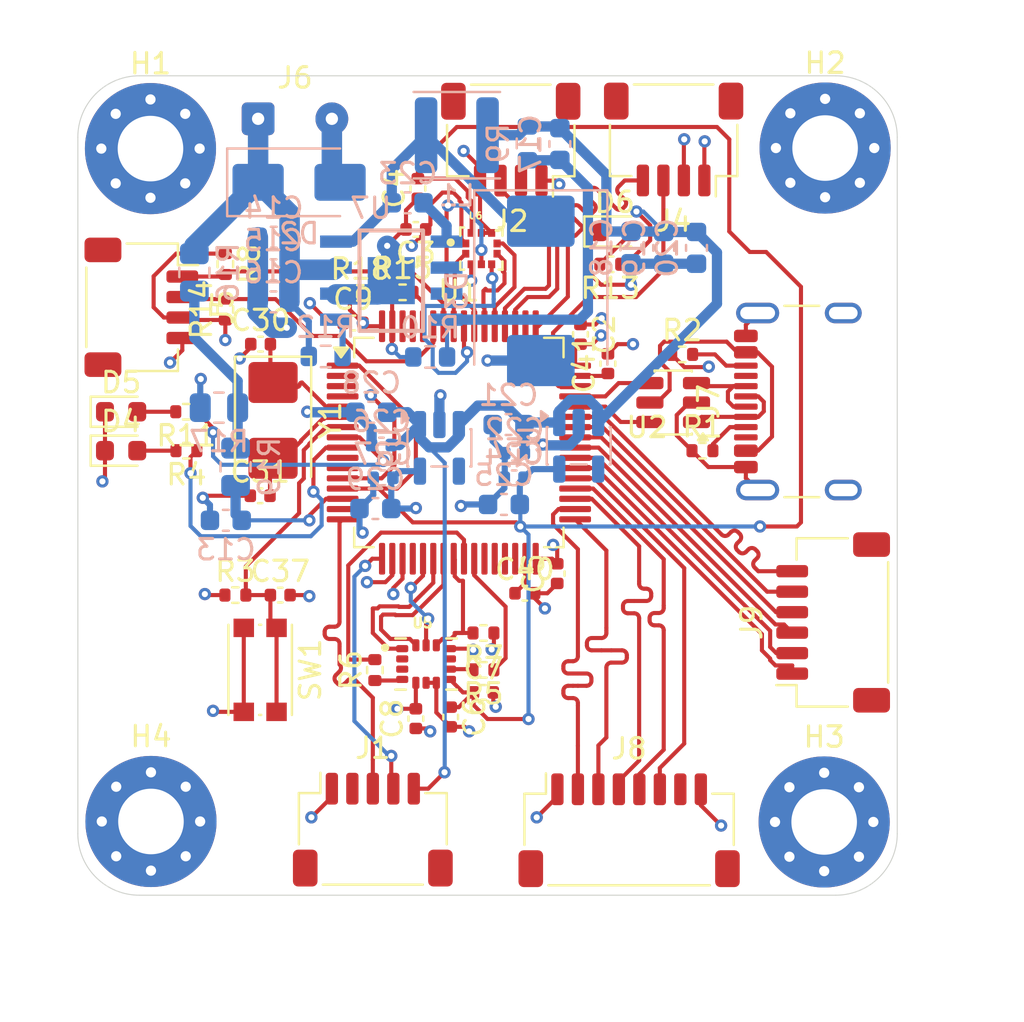
<source format=kicad_pcb>
(kicad_pcb (version 20241229) (generator "pcbnew") (generator_version "9.0")
  (layers (0 "F.Cu" signal) (4 "In1.Cu" signal) (6 "In2.Cu" signal) (2 "B.Cu" signal) (13 "F.Paste" user) (15 "B.Paste" user) (5 "F.SilkS" user "F.Silkscreen") (7 "B.SilkS" user "B.Silkscreen") (1 "F.Mask" user) (3 "B.Mask" user) (25 "Edge.Cuts" user))
  (net 0 "")
  (net 1 "GND")
  (net 2 "3.3V_DİG")
  (net 3 "3.3V_ANALOG")
  (net 4 "BAT_ADC")
  (net 5 "Net-(D2-A1)")
  (net 6 "Net-(U7-FB)")
  (net 7 "5V")
  (net 8 "Net-(D3-K)")
  (net 9 "Net-(U7-BOOT)")
  (net 10 "PH0")
  (net 11 "PH1")
  (net 12 "STM_NRST")
  (net 13 "Net-(U1-VCAP_1)")
  (net 14 "Net-(U1-VCAP_2)")
  (net 15 "Net-(D4-A)")
  (net 16 "Net-(D5-A)")
  (net 17 "Net-(D6-A)")
  (net 18 "NEO-M8N_RX")
  (net 20 "NEO-M8N_TX")
  (net 21 "DEBUG_USART_TX")
  (net 22 "DEBUG_USART_RX")
  (net 23 "SWDIO")
  (net 24 "SWCLK")
  (net 25 "SCL")
  (net 26 "SDA")
  (net 27 "Net-(J7-D+-PadA6)")
  (net 29 "Net-(U2-VBUS)")
  (net 30 "Net-(J7-D--PadA7)")
  (net 32 "Net-(J7-CC2)")
  (net 33 "Net-(J7-CC1)")
  (net 34 "BMM150_SCK")
  (net 35 "BMM150_SDO")
  (net 36 "BMM150_SDI")
  (net 37 "BMM150_CSB")
  (net 39 "BMM150_INT")
  (net 40 "TIM1_PWM1")
  (net 41 "TIM1_PWM2")
  (net 42 "TIM1_PWM3")
  (net 43 "TIM8_PWM3")
  (net 44 "TIM8_PWM2")
  (net 45 "TIM8_PWM4")
  (net 46 "BLUE_LED")
  (net 47 "Net-(U5-INT2{slash}FSYNC{slash}CLKIN)")
  (net 48 "ICM-42688-P_INT2")
  (net 49 "ICM-42688-P_INT1")
  (net 50 "Net-(U5-INT1{slash}INT)")
  (net 51 "ICM-42688-P_CS")
  (net 52 "RED_LED")
  (net 53 "Net-(U7-EN)")
  (net 54 "Net-(R16-Pad1)")
  (net 57 "BMP388_SDI")
  (net 60 "BMP388_INT")
  (net 64 "USB_DP")
  (net 65 "ICM-42688-P_SCK")
  (net 66 "ICM-42688-P_SDO")
  (net 67 "BMP388_SDO")
  (net 74 "ICM-42688-P_SDIO")
  (net 76 "BMP388_SCK")
  (net 77 "USB_DM")
  (net 78 "BMP388_CSB")
  (net 84 "Net-(U1-BOOT0)")
  (footprint "Resistor_SMD:R_0402_1005Metric" (layer "F.Cu") (at 163.79 80.6)
    (property "Reference" "R18")
    (property "Value" "0")
  )
  (footprint "Resistor_SMD:R_0402_1005Metric" (layer "F.Cu") (at 157.69 95.35)
    (property "Reference" "R3")
    (property "Value" "100k")
  )
  (footprint "Connector_JST:JST_SH_SM05B-SRSS-TB_1x05-1MP_P1.00mm_Horizontal" (layer "F.Cu") (at 164.4 106.8)
    (property "Reference" "J1")
    (property "Value" "Conn_01x05_Socket")
  )
  (footprint "Resistor_SMD:R_0402_1005Metric" (layer "F.Cu") (at 169.8 99 180)
    (property "Reference" "R5")
    (property "Value" "22R")
  )
  (footprint "Resistor_SMD:R_0402_1005Metric" (layer "F.Cu") (at 157.2 79.19 -90)
    (property "Reference" "R8")
    (property "Value" "4.7k")
  )
  (footprint "Capacitor_SMD:C_0402_1005Metric" (layer "F.Cu") (at 168.2 101.3 -90)
    (property "Reference" "C6")
    (property "Value" "0.1uF")
  )
  (footprint "Capacitor_SMD:C_0402_1005Metric" (layer "F.Cu") (at 175.87601 84.052863 90)
    (property "Reference" "C41")
    (property "Value" "2.2uF")
  )
  (footprint "Resistor_SMD:R_0402_1005Metric" (layer "F.Cu") (at 175.99 79.2 180)
    (property "Reference" "R13")
    (property "Value" "1k")
  )
  (footprint "Capacitor_SMD:C_0402_1005Metric" (layer "F.Cu") (at 166.6 75.5 90)
    (property "Reference" "C4")
    (property "Value" "100nF")
  )
  (footprint "Connector_Wire:SolderWire-0.1sqmm_1x02_P3.6mm_D0.4mm_OD1mm" (layer "F.Cu") (at 158.8 72.1)
    (property "Reference" "J6")
    (property "Value" "Conn_01x02_Pin")
  )
  (footprint "LED_SMD:LED_0603_1608Metric" (layer "F.Cu") (at 152.1125 88.3)
    (property "Reference" "D4")
    (property "Value" "RED_LED")
  )
  (footprint "Crystal:Crystal_SMD_5032-2Pin_5.0x3.2mm" (layer "F.Cu") (at 159.529136 86.821537 -90)
    (property "Reference" "Y1")
    (property "Value" "8MHz")
  )
  (footprint "Capacitor_SMD:C_0402_1005Metric" (layer "F.Cu") (at 158.9 90.5)
    (property "Reference" "C31")
    (property "Value" "20pF")
  )
  (footprint "Resistor_SMD:R_0402_1005Metric" (layer "F.Cu") (at 164.5 99.01 90)
    (property "Reference" "R6")
    (property "Value" "22R")
  )
  (footprint "MountingHole:MountingHole_3.2mm_M3_Pad_Via" (layer "F.Cu") (at 153.545521 73.55439)
    (property "Reference" "H1")
    (property "Value" "MountingHole_Pad")
  )
  (footprint "Button_Switch_SMD:SW_Push_1P1T_NO_CK_KMR2" (layer "F.Cu") (at 158.9 99 -90)
    (property "Reference" "SW1")
    (property "Value" "SW_Push")
  )
  (footprint "MountingHole:MountingHole_3.2mm_M3_Pad_Via" (layer "F.Cu") (at 186.432626 106.42475)
    (property "Reference" "H3")
    (property "Value" "MountingHole_Pad")
  )
  (footprint "LED_SMD:LED_0603_1608Metric" (layer "F.Cu") (at 152.1125 86.4)
    (property "Reference" "D5")
    (property "Value" "BLUE_LED")
  )
  (footprint "Resistor_SMD:R_0402_1005Metric" (layer "F.Cu") (at 179.5 83.6)
    (property "Reference" "R2")
    (property "Value" "5.1k")
  )
  (footprint "Connector_JST:JST_SH_SM08B-SRSS-TB_1x08-1MP_P1.00mm_Horizontal" (layer "F.Cu") (at 176.910597 106.82975)
    (property "Reference" "J8")
    (property "Value" "Conn_01x08_Socket")
  )
  (footprint "Capacitor_SMD:C_0402_1005Metric" (layer "F.Cu") (at 158.92 83.1)
    (property "Reference" "C30")
    (property "Value" "20pF")
  )
  (footprint "BMP388:PQFN50P200X200X80-10N" (layer "F.Cu") (at 169.7 78.435)
    (property "Reference" "U6")
    (property "Value" "BMP388")
  )
  (footprint "Capacitor_SMD:C_0402_1005Metric" (layer "F.Cu") (at 169.8 100.1)
    (property "Reference" "C7")
    (property "Value" "2.2uF")
  )
  (footprint "Resistor_SMD:R_0402_1005Metric" (layer "F.Cu") (at 157.2 81.41 90)
    (property "Reference" "R14")
    (property "Value" "4.7k")
  )
  (footprint "Capacitor_SMD:C_0402_1005Metric" (layer "F.Cu") (at 159.88 95.35)
    (property "Reference" "C37")
    (property "Value" "100nF")
  )
  (footprint "MountingHole:MountingHole_3.2mm_M3_Pad_Via" (layer "F.Cu") (at 153.569684 106.401265)
    (property "Reference" "H4")
    (property "Value" "MountingHole_Pad")
  )
  (footprint "Package_TO_SOT_SMD:SOT-23-6" (layer "F.Cu") (at 179.0625 85.95 180)
    (property "Reference" "U2")
    (property "Value" "USBLC6-2SC6")
  )
  (footprint "MountingHole:MountingHole_3.2mm_M3_Pad_Via" (layer "F.Cu") (at 186.478317 73.527114)
    (property "Reference" "H2")
    (property "Value" "MountingHole_Pad")
  )
  (footprint "Capacitor_SMD:C_0402_1005Metric" (layer "F.Cu") (at 163.435276 82.066521)
    (property "Reference" "C9")
    (property "Value" "100nF")
  )
  (footprint "Resistor_SMD:R_0402_1005Metric" (layer "F.Cu") (at 169.8 97.2 180)
    (property "Reference" "R7")
    (property "Value" "10k")
  )
  (footprint "Connector_JST:JST_SH_SM04B-SRSS-TB_1x04-1MP_P1.00mm_Horizontal" (layer "F.Cu") (at 179.083365 73.109396 180)
    (property "Reference" "J4")
    (property "Value" "Conn_01x04_Socket")
  )
  (footprint "Connector_USB:USB_C_Receptacle_GCT_USB4105-xx-A_16P_TopMnt_Horizontal" (layer "F.Cu") (at 186.29 85.9 90)
    (property "Reference" "J7")
    (property "Value" "USB_C_Receptacle_USB2.0_16P")
  )
  (footprint "ICM-42688-P:PQFN50P300X250X97-14N" (layer "F.Cu") (at 167 98.715)
    (property "Reference" "U5")
    (property "Value" "ICM-42688-P")
  )
  (footprint "Connector_JST:JST_SH_SM04B-SRSS-TB_1x04-1MP_P1.00mm_Horizontal" (layer "F.Cu") (at 153.1 81.3 -90)
    (property "Reference" "J5")
    (property "Value" "Conn_01x04_Socket")
  )
  (footprint "Package_QFP:LQFP-64_10x10mm_P0.5mm" (layer "F.Cu") (at 168.6 87.9)
    (property "Reference" "U1")
    (property "Value" "STM32F405RGTx")
  )
  (footprint "Capacitor_SMD:C_0402_1005Metric" (layer "F.Cu") (at 173.4 94.3 90)
    (property "Reference" "C5")
    (property "Value" "100nF")
  )
  (footprint "Connector_JST:JST_SH_SM04B-SRSS-TB_1x04-1MP_P1.00mm_Horizontal" (layer "F.Cu") (at 171.133542 73.117813 180)
    (property "Reference" "J2")
    (property "Value" "Conn_01x04_Socket")
  )
  (footprint "Resistor_SMD:R_0402_1005Metric" (layer "F.Cu") (at 155.29 86.4 180)
    (property "Reference" "R11")
    (property "Value" "330R")
  )
  (footprint "Capacitor_SMD:C_0402_1005Metric" (layer "F.Cu") (at 171.82 95.259965)
    (property "Reference" "C40")
    (property "Value" "2.2uF")
  )
  (footprint "Resistor_SMD:R_0402_1005Metric" (layer "F.Cu") (at 165.85246 80.569995)
    (property "Reference" "R15")
    (property "Value" "10k")
  )
  (footprint "Connector_JST:JST_SH_SM06B-SRSS-TB_1x06-1MP_P1.00mm_Horizontal" (layer "F.Cu") (at 186.871044 96.683554 90)
    (property "Reference" "J9")
    (property "Value" "Conn_01x06_Socket")
  )
  (footprint "Capacitor_SMD:C_0402_1005Metric" (layer "F.Cu") (at 166.5 77.5 180)
    (property "Reference" "C3")
    (property "Value" "100nF")
  )
  (footprint "Resistor_SMD:R_0402_1005Metric" (layer "F.Cu") (at 155.3 88.3 180)
    (property "Reference" "R4")
    (property "Value" "330R")
  )
  (footprint "LED_SMD:LED_0603_1608Metric" (layer "F.Cu") (at 176.2125 77.6)
    (property "Reference" "D6")
    (property "Value" "GREEN_LED")
  )
  (footprint "Resistor_SMD:R_0402_1005Metric" (layer "F.Cu") (at 180.49 88.3)
    (property "Reference" "R1")
    (property "Value" "5.1k")
  )
  (footprint "Capacitor_SMD:C_0402_1005Metric" (layer "F.Cu") (at 166.5 101.38 90)
    (property "Reference" "C8")
    (property "Value" "0.1uF")
  )
  (footprint "Capacitor_SMD:C_0402_1005Metric" (layer "F.Cu") (at 174.535809 82.622173 -90)
    (property "Reference" "C2")
    (property "Value" "100nF")
  )
  (footprint "Resistor_SMD:R_0805_2012Metric" (layer "B.Cu") (at 157.7 89.0875 90)
    (property "Reference" "R19")
    (property "Value" "1k")
  )
  (footprint "Capacitor_SMD:C_0603_1608Metric" (layer "B.Cu") (at 166.1 76.2 180)
    (property "Reference" "C23")
    (property "Value" "10nF/16V")
  )
  (footprint "Capacitor_SMD:C_0603_1608Metric" (layer "B.Cu") (at 180.2 78.4 -90)
    (property "Reference" "C20")
    (property "Value" "0.1uF/16V")
  )
  (footprint "Resistor_SMD:R_0603_1608Metric" (layer "B.Cu") (at 167.198538 83.725716 180)
    (property "Reference" "R10")
    (property "Value" "3.16k")
  )
  (footprint "Capacitor_SMD:C_0402_1005Metric" (layer "B.Cu") (at 171.3 89.625 180)
    (property "Reference" "C24")
    (property "Value" "1uF")
  )
  (footprint "Package_TO_SOT_SMD:SOT-23-5" (layer "B.Cu") (at 167.65 88.1625 -90)
    (property "Reference" "U9")
    (property "Value" "AP2112K-3.3")
  )
  (footprint "Capacitor_SMD:C_0603_1608Metric" (layer "B.Cu") (at 177 78.375 -90)
    (property "Reference" "C18")
    (property "Value" "22uF/16V")
  )
  (footprint "Resistor_SMD:R_0603_1608Metric" (layer "B.Cu") (at 171.948262 73.298409 -90)
    (property "Reference" "R9")
    (property "Value" "10k")
  )
  (footprint "Capacitor_SMD:C_0603_1608Metric" (layer "B.Cu") (at 159.55116 79.469288 180)
    (property "Reference" "C15")
    (property "Value" "0.1uF/50V")
  )
  (footprint "Resistor_SMD:R_0805_2012Metric" (layer "B.Cu") (at 156.8875 86.2)
    (property "Reference" "R17")
    (property "Value" "10k")
  )
  (footprint "RT8279GSP:SOIC127P600X175-9N" (layer "B.Cu") (at 165.3 80 180)
    (property "Reference" "U7")
    (property "Value" "RT8279GSP")
  )
  (footprint "Capacitor_SMD:C_0603_1608Metric" (layer "B.Cu") (at 170.8 90.925 180)
    (property "Reference" "C25")
    (property "Value" "100nF")
  )
  (footprint "Capacitor_SMD:C_0603_1608Metric" (layer "B.Cu") (at 164.525 91.125 180)
    (property "Reference" "C29")
    (property "Value" "100nF")
  )
  (footprint "Diode_SMD:D_SMA" (layer "B.Cu") (at 160.8 75.2)
    (property "Reference" "D2")
    (property "Value" "SMAJ33A")
  )
  (footprint "Capacitor_SMD:C_0402_1005Metric" (layer "B.Cu") (at 171.32 88.425 180)
    (property "Reference" "C22")
    (property "Value" "1uF")
  )
  (footprint "Capacitor_SMD:C_0603_1608Metric" (layer "B.Cu") (at 178.6 78.4 -90)
    (property "Reference" "C19")
    (property "Value" "22uF/16V")
  )
  (footprint "Inductor_SMD:L_APV_ANR4026" (layer "B.Cu") (at 168.5 72.9)
    (property "Reference" "L1")
    (property "Value" "10uH")
  )
  (footprint "Capacitor_SMD:C_0603_1608Metric" (layer "B.Cu") (at 157.225 91.7)
    (property "Reference" "C13")
    (property "Value" "100nF")
  )
  (footprint "Capacitor_SMD:C_0603_1608Metric" (layer "B.Cu") (at 159.546013 81.036146 180)
    (property "Reference" "C16")
    (property "Value" "4.7uF/50V")
  )
  (footprint "Capacitor_SMD:C_0603_1608Metric" (layer "B.Cu") (at 173.53 73.33 -90)
    (property "Reference" "C17")
    (property "Value" "82pF/16V")
  )
  (footprint "Capacitor_SMD:C_0402_1005Metric" (layer "B.Cu") (at 164.9 89.625 180)
    (property "Reference" "C27")
    (property "Value" "1uF")
  )
  (footprint "Package_TO_SOT_SMD:SOT-23-5" (layer "B.Cu") (at 174.45 88.0625 -90)
    (property "Reference" "U3")
    (property "Value" "LP5907MFX-3.3")
  )
  (footprint "Resistor_SMD:R_0603_1608Metric" (layer "B.Cu") (at 162.1 83.7 180)
    (property "Reference" "R12")
    (property "Value" "100k")
  )
  (footprint "Resistor_SMD:R_0805_2012Metric" (layer "B.Cu") (at 155.6875 79.6 90)
    (property "Reference" "R16")
    (property "Value" "30k (28.18k)")
  )
  (footprint "Diode_SMD:D_SMC" (layer "B.Cu") (at 172.6 80.5 -90)
    (property "Reference" "D3")
    (property "Value" "D")
  )
  (footprint "Capacitor_SMD:C_0402_1005Metric" (layer "B.Cu") (at 164.82 88.025 180)
    (property "Reference" "C26")
    (property "Value" "1uF")
  )
  (footprint "Capacitor_SMD:C_0603_1608Metric" (layer "B.Cu") (at 164.325 86.425 180)
    (property "Reference" "C28")
    (property "Value" "100nF")
  )
  (footprint "Capacitor_SMD:C_0603_1608Metric" (layer "B.Cu") (at 171.025 87.025 180)
    (property "Reference" "C21")
    (property "Value" "100nF")
  )
  (footprint "Capacitor_SMD:C_0603_1608Metric" (layer "B.Cu") (at 159.562277 77.88185 180)
    (property "Reference" "C14")
    (property "Value" "4.7uF/50V")
  )
  (gr_line (start 190 73) (end 190 107) (stroke (width 0.05)) (layer "Edge.Cuts"))
  (gr_line (start 153 70) (end 187 70) (stroke (width 0.05)) (layer "Edge.Cuts"))
  (gr_arc (start 152.506803 70.040819) (mid 152.752558 70.010223) (end 153 70) (stroke (width 0.05)) (layer "Edge.Cuts"))
  (gr_arc (start 190 107) (mid 189.12132 109.12132) (end 187 110) (stroke (width 0.05)) (layer "Edge.Cuts"))
  (gr_arc (start 150 73) (mid 150.228361 71.85195) (end 150.87868 70.87868) (stroke (width 0.05)) (layer "Edge.Cuts"))
  (gr_line (start 150 107) (end 150 73) (stroke (width 0.05)) (layer "Edge.Cuts"))
  (gr_arc (start 150.87868 70.87868) (mid 151.627255 70.332498) (end 152.506803 70.040819) (stroke (width 0.05)) (layer "Edge.Cuts"))
  (gr_arc (start 153 110) (mid 150.87868 109.12132) (end 150 107) (stroke (width 0.05)) (layer "Edge.Cuts"))
  (gr_arc (start 187 70) (mid 189.12132 70.87868) (end 190 73) (stroke (width 0.05)) (layer "Edge.Cuts"))
  (gr_line (start 187 110) (end 153 110) (stroke (width 0.05)) (layer "Edge.Cuts"))
  (segment (start 166.02 77.5) (end 165.9 77.5) (width 0.2) (layer "F.Cu") (net 1))
  (segment (start 168.2 101.78) (end 168.88 101.78) (width 0.2) (layer "F.Cu") (net 1))
  (segment (start 180.78 89.1) (end 182.61 89.1) (width 0.2) (layer "F.Cu") (net 1))
  (segment (start 164.829232 89.65) (end 165.451 89.028232) (width 0.2) (layer "F.Cu") (net 1))
  (segment (start 175.53966 80.2) (end 177 80.2) (width 0.2) (layer "F.Cu") (net 1))
  (segment (start 158.42 90.5) (end 156.2 90.5) (width 0.2) (layer "F.Cu") (net 1))
  (segment (start 170.2 77.67) (end 169.633542 77.103542) (width 0.2) (layer "F.Cu") (net 1))
  (segment (start 180.779 84.221) (end 180.8 84.2) (width 0.2) (layer "F.Cu") (net 1))
  (segment (start 172.920035 95.259965) (end 173.4 94.78) (width 0.2) (layer "F.Cu") (net 1))
  (segment (start 170.28 100.68) (end 170.4 100.8) (width 0.2) (layer "F.Cu") (net 1))
  (segment (start 175.264058 82.142173) (end 175.570821 81.83541) (width 0.2) (layer "F.Cu") (net 1))
  (segment (start 182.61 82.155) (end 183.185 81.58) (width 0.2) (layer "F.Cu") (net 1))
  (segment (start 166.02 77.5) (end 166.02 76.56) (width 0.2) (layer "F.Cu") (net 1))
  (segment (start 167.5 101.08) (end 168.2 101.78) (width 0.2) (layer "F.Cu") (net 1))
  (segment (start 158.1 101.05) (end 156.65 101.05) (width 0.2) (layer "F.Cu") (net 1))
  (segment (start 160.36 95.35) (end 161.25 95.35) (width 0.2) (layer "F.Cu") (net 1))
  (segment (start 169.633542 75.117813) (end 169.633542 74.47288) (width 0.2) (layer "F.Cu") (net 1))
  (segment (start 165.330122 83.335112) (end 165.330122 82.244878) (width 0.2) (layer "F.Cu") (net 1))
  (segment (start 162.925 89.65) (end 164.829232 89.65) (width 0.2) (layer "F.Cu") (net 1))
  (segment (start 162.955276 82.066521) (end 162.290897 82.066521) (width 0.2) (layer "F.Cu") (net 1))
  (segment (start 174.535809 82.142173) (end 175.264058 82.142173) (width 0.2) (layer "F.Cu") (net 1))
  (segment (start 168.88 101.78) (end 169.1 102) (width 0.2) (layer "F.Cu") (net 1))
  (segment (start 162.290897 82.066521) (end 161.323816 81.09944) (width 0.2) (layer "F.Cu") (net 1))
  (segment (start 180.410597 104.82975) (end 180.410597 105.610597) (width 0.2) (layer "F.Cu") (net 1))
  (segment (start 151.325 88.3) (end 151.325 89.675) (width 0.2) (layer "F.Cu") (net 1))
  (segment (start 170.2 77.67) (end 169.7 77.67) (width 0.2) (layer "F.Cu") (net 1))
  (segment (start 151.325 89.675) (end 151.2 89.8) (width 0.2) (layer "F.Cu") (net 1))
  (segment (start 182.61 82.7) (end 182.61 82.155) (width 0.2) (layer "F.Cu") (net 1))
  (segment (start 179.2365 86.559032) (end 179.2365 87.5565) (width 0.2) (layer "F.Cu") (net 1))
  (segment (start 180.2 85.95) (end 179.845532 85.95) (width 0.2) (layer "F.Cu") (net 1))
  (segment (start 175.425 77.6) (end 174.909 78.116) (width 0.2) (layer "F.Cu") (net 1))
  (segment (start 158.44 83.1) (end 158.44 83.26) (width 0.2) (layer "F.Cu") (net 1))
  (segment (start 172.3 95.259965) (end 172.3 95.5) (width 0.2) (layer "F.Cu") (net 1))
  (segment (start 177.1 83.1) (end 176.348873 83.1) (width 0.2) (layer "F.Cu") (net 1))
  (segment (start 162.4 104.8) (end 162.4 105.2) (width 0.2) (layer "F.Cu") (net 1))
  (segment (start 169.633542 77.103542) (end 169.633542 75.117813) (width 0.2) (layer "F.Cu") (net 1))
  (segment (start 165.34246 82.21746) (end 165.35 82.225) (width 0.2) (layer "F.Cu") (net 1))
  (segment (start 179.2365 87.5565) (end 179.98 88.3) (width 0.2) (layer "F.Cu") (net 1))
  (segment (start 165.330122 82.244878) (end 165.35 82.225) (width 0.2) (layer "F.Cu") (net 1))
  (segment (start 172.3 95.5) (end 172.8 96) (width 0.2) (layer "F.Cu") (net 1))
  (segment (start 180.410597 105.610597) (end 181.4 106.6) (width 0.2) (layer "F.Cu") (net 1))
  (segment (start 179.583365 75.109396) (end 179.583365 73.116635) (width 0.2) (layer "F.Cu") (net 1))
  (segment (start 176.348873 83.1) (end 175.87601 83.572863) (width 0.2) (layer "F.Cu") (net 1))
  (segment (start 168.165 97.965) (end 169.244869 97.965) (width 0.2) (layer "F.Cu") (net 1))
  (segment (start 167.5 99.63) (end 167.5 101.08) (width 0.2) (layer "F.Cu") (net 1))
  (segment (start 165.34246 80.569995) (end 165.34246 82.21746) (width 0.2) (layer "F.Cu") (net 1))
  (segment (start 182.61 89.645) (end 183.185 90.22) (width 0.2) (layer "F.Cu") (net 1))
  (segment (start 161.25 95.35) (end 161.3 95.4) (width 0.2) (layer "F.Cu") (net 1))
  (segment (start 167 99.63) (end 167.5 99.63) (width 0.2) (layer "F.Cu") (net 1))
  (segment (start 169.633542 74.47288) (end 168.830331 73.669669) (width 0.2) (layer "F.Cu") (net 1))
  (segment (start 155.1 82.8) (end 155.1 83.4) (width 0.2) (layer "F.Cu") (net 1))
  (segment (start 179.611 84.221) (end 180.779 84.221) (width 0.2) (layer "F.Cu") (net 1))
  (segment (start 156.65 101.05) (end 156.6 101) (width 0.2) (layer "F.Cu") (net 1))
  (segment (start 158.44 83.26) (end 157.9 83.8) (width 0.2) (layer "F.Cu") (net 1))
  (segment (start 179.583365 73.116635) (end 179.6 73.1) (width 0.2) (layer "F.Cu") (net 1))
  (segment (start 179.98 88.3) (end 180.78 89.1) (width 0.2) (layer "F.Cu") (net 1))
  (segment (start 174.909 79.56934) (end 175.53966 80.2) (width 0.2) (layer "F.Cu") (net 1))
  (segment (start 166.5 101.86) (end 167.06 101.86) (width 0.2) (layer "F.Cu") (net 1))
  (segment (start 165.9 77.5) (end 165.1 78.3) (width 0.2) (layer "F.Cu") (net 1))
  (segment (start 151.325 86.4) (end 151.325 88.3) (width 0.2) (layer "F.Cu") (net 1))
  (segment (start 166.02 76.56) (end 166.6 75.98) (width 0.2) (layer "F.Cu") (net 1))
  (segment (start 169.244869 97.965) (end 169.299869 98.02) (width 0.2) (layer "F.Cu") (net 1))
  (segment (start 167.06 101.86) (end 167.2 102) (width 0.2) (layer "F.Cu") (net 1))
  (segment (start 169.2 79.2) (end 169.2 80) (width 0.2) (layer "F.Cu") (net 1))
  (segment (start 174.909 78.116) (end 174.909 79.56934) (width 0.2) (layer "F.Cu") (net 1))
  (segment (start 182.61 89.1) (end 182.61 89.645) (width 0.2) (layer "F.Cu") (net 1))
  (segment (start 165.451 86.751) (end 164.3 85.6) (width 0.2) (layer "F.Cu") (net 1))
  (segment (start 158.1 101.05) (end 158.1 96.95) (width 0.2) (layer "F.Cu") (net 1))
  (segment (start 165.35 94.383824) (end 165.014534 94.71929) (width 0.2) (layer "F.Cu") (net 1))
  (segment (start 155.1 83.4) (end 154.5 84) (width 0.2) (layer "F.Cu") (net 1))
  (segment (start 156.2 90.5) (end 156.1 90.6) (width 0.2) (layer "F.Cu") (net 1))
  (segment (start 170.28 100.1) (end 170.28 100.68) (width 0.2) (layer "F.Cu") (net 1))
  (segment (start 179.845532 85.95) (end 179.2365 86.559032) (width 0.2) (layer "F.Cu") (net 1))
  (segment (start 165.014534 94.71929) (end 164.11337 94.71929) (width 0.2) (layer "F.Cu") (net 1))
  (segment (start 172.3 95.259965) (end 172.920035 95.259965) (width 0.2) (layer "F.Cu") (net 1))
  (segment (start 165.35 93.575) (end 165.35 94.383824) (width 0.2) (layer "F.Cu") (net 1))
  (segment (start 165.451 89.028232) (end 165.451 86.751) (width 0.2) (layer "F.Cu") (net 1))
  (segment (start 178.99 83.6) (end 179.611 84.221) (width 0.2) (layer "F.Cu") (net 1))
  (segment (start 162.4 105.2) (end 161.4 106.2) (width 0.2) (layer "F.Cu") (net 1))
  (via (at 165.330122 83.335112) (size 0.6) (drill 0.3) (layers "F.Cu" "B.Cu") (net 1))
  (via (at 175.570821 81.83541) (size 0.6) (drill 0.3) (layers "F.Cu" "B.Cu") (net 1))
  (via (at 172.8 96) (size 0.6) (drill 0.3) (layers "F.Cu" "B.Cu") (net 1))
  (via (at 177 80.2) (size 0.6) (drill 0.3) (layers "F.Cu" "B.Cu") (net 1))
  (via (at 156 84.8) (size 0.6) (drill 0.3) (layers "F.Cu" "B.Cu") (net 1))
  (via (at 163.9 92.3) (size 0.6) (drill 0.3) (layers "F.Cu" "B.Cu") (net 1))
  (via (at 172.7 88) (size 0.6) (drill 0.3) (layers "F.Cu" "B.Cu") (net 1))
  (via (at 160.2 82.3) (size 0.6) (drill 0.3) (layers "F.Cu" "B.Cu") (net 1))
  (via (at 179.6 73.1) (size 0.6) (drill 0.3) (layers "F.Cu" "B.Cu") (net 1))
  (via (at 167.2 102) (size 0.6) (drill 0.3) (layers "F.Cu" "B.Cu") (net 1))
  (via (at 154.5 84) (size 0.6) (drill 0.3) (layers "F.Cu" "B.Cu") (net 1))
  (via (at 157.9 83.8) (size 0.6) (drill 0.3) (layers "F.Cu" "B.Cu") (net 1))
  (via (at 156.1 90.6) (size 0.6) (drill 0.3) (layers "F.Cu" "B.Cu") (net 1))
  (via (at 151.2 89.8) (size 0.6) (drill 0.3) (layers "F.Cu" "B.Cu") (net 1))
  (via (at 168.7 91) (size 0.6) (drill 0.3) (layers "F.Cu" "B.Cu") (net 1))
  (via (at 169.1 102) (size 0.6) (drill 0.3) (layers "F.Cu" "B.Cu") (net 1))
  (via (at 161.4 106.2) (size 0.6) (drill 0.3) (layers "F.Cu" "B.Cu") (net 1))
  (via (at 161.3 95.4) (size 0.6) (drill 0.3) (layers "F.Cu" "B.Cu") (net 1))
  (via (at 169.299869 98.02) (size 0.6) (drill 0.3) (layers "F.Cu" "B.Cu") (net 1))
  (via (at 168.830331 73.669669) (size 0.6) (drill 0.3) (layers "F.Cu" "B.Cu") (net 1))
  (via (at 161.2 86.4) (size 0.6) (drill 0.3) (layers "F.Cu" "B.Cu") (net 1))
  (via (at 165.1 78.3) (size 0.6) (drill 0.3) (layers "F.Cu" "B.Cu") (net 1))
  (via (at 180.8 84.2) (size 0.6) (drill 0.3) (layers "F.Cu" "B.Cu") (net 1))
  (via (at 170 83.9) (size 0.6) (drill 0.3) (layers "F.Cu" "B.Cu") (net 1))
  (via (at 169.2 80) (size 0.6) (drill 0.3) (layers "F.Cu" "B.Cu") (net 1))
  (via (at 164.3 85.6) (size 0.6) (drill 0.3) (layers "F.Cu" "B.Cu") (net 1))
  (via (at 167.7 85.6) (size 0.6) (drill 0.3) (layers "F.Cu" "B.Cu") (net 1))
  (via (at 161.323816 81.09944) (size 0.6) (drill 0.3) (layers "F.Cu" "B.Cu") (net 1))
  (via (at 170.4 100.8) (size 0.6) (drill 0.3) (layers "F.Cu" "B.Cu") (net 1))
  (via (at 156.6 101) (size 0.6) (drill 0.3) (layers "F.Cu" "B.Cu") (net 1))
  (via (at 177.1 83.1) (size 0.6) (drill 0.3) (layers "F.Cu" "B.Cu") (net 1))
  (via (at 164.11337 94.71929) (size 0.6) (drill 0.3) (layers "F.Cu" "B.Cu") (net 1))
  (via (at 181.4 106.6) (size 0.6) (drill 0.3) (layers "F.Cu" "B.Cu") (net 1))
  (segment (start 158.771013 81.036146) (end 158.771013 81.511146) (width 1) (layer "B.Cu") (net 1))
  (segment (start 172.6 83.9) (end 170 83.9) (width 0.5) (layer "B.Cu") (net 1))
  (segment (start 172.7385 88.0385) (end 172.7 88) (width 0.5) (layer "B.Cu") (net 1))
  (segment (start 177.025 79.175) (end 177 79.15) (width 0.5) (layer "B.Cu") (net 1))
  (segment (start 155.975 84.825) (end 156 84.8) (width 0.3) (layer "B.Cu") (net 1))
  (segment (start 167.65 85.65) (end 167.7 85.6) (width 0.5) (layer "B.Cu") (net 1))
  (segment (start 165.720726 83.725716) (end 165.330122 83.335112) (width 0.2) (layer "B.Cu") (net 1))
  (segment (start 159.559867 82.3) (end 160.2 82.3) (width 1) (layer "B.Cu") (net 1))
  (segment (start 173.998999 88.0385) (end 172.7385 88.0385) (width 0.5) (layer "B.Cu") (net 1))
  (segment (start 163.55 86.425) (end 161.225 86.425) (width 0.5) (layer "B.Cu") (net 1))
  (segment (start 165.3 80) (end 165.3 78.5) (width 1) (layer "B.Cu") (net 1))
  (segment (start 164.629712 80.670288) (end 162.6 80.670288) (width 1) (layer "B.Cu") (net 1))
  (segment (start 170.84 88.425) (end 170.84 89.605) (width 0.3) (layer "B.Cu") (net 1))
  (segment (start 161.225 86.425) (end 161.2 86.4) (width 0.5) (layer "B.Cu") (net 1))
  (segment (start 170.82 90.13) (end 170.025 90.925) (width 0.3) (layer "B.Cu") (net 1))
  (segment (start 163.75 91.125) (end 163.75 92.15) (width 0.3) (layer "B.Cu") (net 1))
  (segment (start 166.373538 83.725716) (end 165.720726 83.725716) (width 0.2) (layer "B.Cu") (net 1))
  (segment (start 164.42 89.625) (end 164.42 90.455) (width 0.3) (layer "B.Cu") (net 1))
  (segment (start 165.3 80) (end 164.629712 80.670288) (width 1) (layer "B.Cu") (net 1))
  (segment (start 170.25 87.835) (end 170.84 88.425) (width 0.3) (layer "B.Cu") (net 1))
  (segment (start 155.975 86.2) (end 155.975 84.825) (width 0.3) (layer "B.Cu") (net 1))
  (segment (start 174.45 86.925) (end 174.45 87.587499) (width 0.5) (layer "B.Cu") (net 1))
  (segment (start 164.42 90.455) (end 163.75 91.125) (width 0.3) (layer "B.Cu") (net 1))
  (segment (start 158.787277 77.88185) (end 158.787277 81.019882) (width 1) (layer "B.Cu") (net 1))
  (segment (start 158.771013 81.511146) (end 159.559867 82.3) (width 1) (layer "B.Cu") (net 1))
  (segment (start 170.025 90.925) (end 168.775 90.925) (width 0.3) (layer "B.Cu") (net 1))
  (segment (start 158.787277 81.019882) (end 158.771013 81.036146) (width 1) (layer "B.Cu") (net 1))
  (segment (start 170.82 89.625) (end 170.82 90.13) (width 0.3) (layer "B.Cu") (net 1))
  (segment (start 170.84 89.605) (end 170.82 89.625) (width 0.3) (layer "B.Cu") (net 1))
  (segment (start 156.45 90.95) (end 156.1 90.6) (width 0.3) (layer "B.Cu") (net 1))
  (segment (start 163.75 92.15) (end 163.9 92.3) (width 0.3) (layer "B.Cu") (net 1))
  (segment (start 170.25 87.025) (end 170.25 87.835) (width 0.3) (layer "B.Cu") (net 1))
  (segment (start 168.775 90.925) (end 168.7 91) (width 0.3) (layer "B.Cu") (net 1))
  (segment (start 162.4 72.1) (end 162.4 74.8) (width 1) (layer "B.Cu") (net 1))
  (segment (start 180.2 79.175) (end 177.025 79.175) (width 0.5) (layer "B.Cu") (net 1))
  (segment (start 156.45 91.7) (end 156.45 90.95) (width 0.3) (layer "B.Cu") (net 1))
  (segment (start 164.34 87.215) (end 163.55 86.425) (width 0.5) (layer "B.Cu") (net 1))
  (segment (start 174.45 87.587499) (end 173.998999 88.0385) (width 0.5) (layer "B.Cu") (net 1))
  (segment (start 165.3 78.5) (end 165.1 78.3) (width 1) (layer "B.Cu") (net 1))
  (segment (start 167.65 87.025) (end 167.65 85.65) (width 0.5) (layer "B.Cu") (net 1))
  (segment (start 162.4 74.8) (end 162.8 75.2) (width 1) (layer "B.Cu") (net 1))
  (segment (start 164.34 88.025) (end 164.34 87.215) (width 0.5) (layer "B.Cu") (net 1))
  (segment (start 177 79.15) (end 177 80.2) (width 0.5) (layer "B.Cu") (net 1))
  (segment (start 157.2 78.68) (end 154.803032 78.68) (width 0.2) (layer "F.Cu") (net 2))
  (segment (start 168.631542 76) (end 168.631542 76.099881) (width 0.2) (layer "F.Cu") (net 2))
  (segment (start 165.85 94.551528) (end 165.4 95.001528) (width 0.2) (layer "F.Cu") (net 2))
  (segment (start 173.155 93.575) (end 173.4 93.82) (width 0.2) (layer "F.Cu") (net 2))
  (segment (start 167.8 75.7) (end 168.331542 75.7) (width 0.2) (layer "F.Cu") (net 2))
  (segment (start 173.410597 105.189403) (end 172.4 106.2) (width 0.2) (layer "F.Cu") (net 2))
  (segment (start 170.31 97.89) (end 170.2 98) (width 0.2) (layer "F.Cu") (net 2))
  (segment (start 157.18 95.35) (end 156.25 95.35) (width 0.2) (layer "F.Cu") (net 2))
  (segment (start 173.317813 75.117813) (end 173.5 75.3) (width 0.2) (layer "F.Cu") (net 2))
  (segment (start 174.275 83.362982) (end 174.535809 83.102173) (width 0.2) (layer "F.Cu") (net 2))
  (segment (start 164.073755 82.225) (end 163.915276 82.066521) (width 0.2) (layer "F.Cu") (net 2))
  (segment (start 166.98 77.62) (end 166.3 78.3) (width 0.2) (layer "F.Cu") (net 2))
  (segment (start 180.583365 75.109396) (end 180.583365 73.216635) (width 0.2) (layer "F.Cu") (net 2))
  (segment (start 167.211 77.269) (end 167.211 76.289) (width 0.2) (layer "F.Cu") (net 2))
  (segment (start 156.25 95.35) (end 156.2 95.3) (width 0.2) (layer "F.Cu") (net 2))
  (segment (start 155.32 81.92) (end 157.2 81.92) (width 0.2) (layer "F.Cu") (net 2))
  (segment (start 164.85 82.225) (end 164.073755 82.225) (width 0.2) (layer "F.Cu") (net 2))
  (segment (start 167.211 76.289) (end 167.8 75.7) (width 0.2) (layer "F.Cu") (net 2))
  (segment (start 163.28 81.431245) (end 163.915276 82.066521) (width 0.2) (layer "F.Cu") (net 2))
  (segment (start 153.7 81.3) (end 154.2 81.8) (width 0.2) (layer "F.Cu") (net 2))
  (segment (start 166.5 100.9) (end 166.5 99.63) (width 0.2) (layer "F.Cu") (net 2))
  (segment (start 154.803032 78.68) (end 153.7 79.783032) (width 0.2) (layer "F.Cu") (net 2))
  (segment (start 157.2 81.92) (end 157.2 82.9) (width 0.2) (layer "F.Cu") (net 2))
  (segment (start 168.631542 76.099881) (end 168.724 76.192339) (width 0.2) (layer "F.Cu") (net 2))
  (segment (start 172.35 93.575) (end 173.155 93.575) (width 0.2) (layer "F.Cu") (net 2))
  (segment (start 166.98 77.5) (end 167.211 77.269) (width 0.2) (layer "F.Cu") (net 2))
  (segment (start 173.410597 104.82975) (end 173.410597 105.189403) (width 0.2) (layer "F.Cu") (net 2))
  (segment (start 155.1 81.8) (end 155.2 81.8) (width 0.2) (layer "F.Cu") (net 2))
  (segment (start 173.4 93.1) (end 173.2 92.9) (width 0.2) (layer "F.Cu") (net 2))
  (segment (start 170.31 97.2) (end 170.31 97.89) (width 0.2) (layer "F.Cu") (net 2))
  (segment (start 180.583365 73.216635) (end 180.6 73.2) (width 0.2) (layer "F.Cu") (net 2))
  (segment (start 168.724 76.192339) (end 168.724 77.974) (width 0.2) (layer "F.Cu") (net 2))
  (segment (start 175.112259 83.102173) (end 175.538917 82.675515) (width 0.2) (layer "F.Cu") (net 2))
  (segment (start 168.724 77.974) (end 168.935 78.185) (width 0.2) (layer "F.Cu") (net 2))
  (segment (start 163.28 80.6) (end 163.28 81.431245) (width 0.2) (layer "F.Cu") (net 2))
  (segment (start 166.5 100.9) (end 165.6 100.9) (width 0.2) (layer "F.Cu") (net 2))
  (segment (start 153.7 79.783032) (end 153.7 81.3) (width 0.2) (layer "F.Cu") (net 2))
  (segment (start 173.4 93.82) (end 173.4 93.1) (width 0.2) (layer "F.Cu") (net 2))
  (segment (start 174.535809 83.102173) (end 175.112259 83.102173) (width 0.2) (layer "F.Cu") (net 2))
  (segment (start 174.275 84.15) (end 174.275 83.362982) (width 0.2) (layer "F.Cu") (net 2))
  (segment (start 165.85 93.575) (end 165.85 94.551528) (width 0.2) (layer "F.Cu") (net 2))
  (segment (start 155.2 81.8) (end 155.32 81.92) (width 0.2) (layer "F.Cu") (net 2))
  (segment (start 172.633542 75.117813) (end 173.317813 75.117813) (width 0.2) (layer "F.Cu") (net 2))
  (segment (start 154.2 81.8) (end 155.1 81.8) (width 0.2) (layer "F.Cu") (net 2))
  (segment (start 166.98 77.5) (end 166.98 77.62) (width 0.2) (layer "F.Cu") (net 2))
  (segment (start 168.331542 75.7) (end 168.631542 76) (width 0.2) (layer "F.Cu") (net 2))
  (segment (start 165.4 95.001528) (end 165.4 95.299) (width 0.2) (layer "F.Cu") (net 2))
  (via (at 157.2 82.9) (size 0.6) (drill 0.3) (layers "F.Cu" "B.Cu") (net 2))
  (via (at 156.2 95.3) (size 0.6) (drill 0.3) (layers "F.Cu" "B.Cu") (net 2))
  (via (at 173.2 92.9) (size 0.6) (drill 0.3) (layers "F.Cu" "B.Cu") (net 2))
  (via (at 173.5 75.3) (size 0.6) (drill 0.3) (layers "F.Cu" "B.Cu") (net 2))
  (via (at 180.6 73.2) (size 0.6) (drill 0.3) (layers "F.Cu" "B.Cu") (net 2))
  (via (at 175.538917 82.675515) (size 0.6) (drill 0.3) (layers "F.Cu" "B.Cu") (net 2))
  (via (at 170.2 98) (size 0.6) (drill 0.3) (layers "F.Cu" "B.Cu") (net 2))
  (via (at 165.4 95.299) (size 0.6) (drill 0.3) (layers "F.Cu" "B.Cu") (net 2))
  (via (at 166.3 78.3) (size 0.6) (drill 0.3) (layers "F.Cu" "B.Cu") (net 2))
  (via (at 166.5 91.1) (size 0.6) (drill 0.3) (layers "F.Cu" "B.Cu") (net 2))
  (via (at 165.6 100.9) (size 0.6) (drill 0.3) (layers "F.Cu" "B.Cu") (net 2))
  (via (at 172.4 106.2) (size 0.6) (drill 0.3) (layers "F.Cu" "B.Cu") (net 2))
  (via (at 163.915276 82.066521) (size 0.6) (drill 0.3) (layers "F.Cu" "B.Cu") (net 2))
  (segment (start 166.7 89.3) (end 165.705 89.3) (width 0.3) (layer "B.Cu") (net 2))
  (segment (start 166.475 91.125) (end 166.5 91.1) (width 0.3) (layer "B.Cu") (net 2))
  (segment (start 165.3 91.125) (end 165.3 89.705) (width 0.3) (layer "B.Cu") (net 2))
  (segment (start 165.3 91.125) (end 166.475 91.125) (width 0.3) (layer "B.Cu") (net 2))
  (segment (start 165.705 89.3) (end 165.38 89.625) (width 0.3) (layer "B.Cu") (net 2))
  (segment (start 165.3 89.705) (end 165.38 89.625) (width 0.3) (layer "B.Cu") (net 2))
  (segment (start 166.6 75.02) (end 166.6 74.4) (width 0.2) (layer "F.Cu") (net 3))
  (segment (start 169.032542 75.933781) (end 169.224 76.125239) (width 0.2) (layer "F.Cu") (net 3))
  (segment (start 169.32 100.1) (end 169.32 100.72) (width 0.2) (layer "F.Cu") (net 3))
  (segment (start 185.3 80.3) (end 185.3 91.8) (width 0.2) (layer "F.Cu") (net 3))
  (segment (start 168.8 100.1) (end 168.165 99.465) (width 0.2) (layer "F.Cu") (net 3))
  (segment (start 162.925 90.15) (end 164.699943 90.15) (width 0.2) (layer "F.Cu") (net 3))
  (segment (start 182.8 78.6) (end 183.6 78.6) (width 0.2) (layer "F.Cu") (net 3))
  (segment (start 185.1 92) (end 183.3 92) (width 0.2) (layer "F.Cu") (net 3))
  (segment (start 183.6 78.6) (end 185.3 80.3) (width 0.2) (layer "F.Cu") (net 3))
  (segment (start 169.224 76.125239) (end 169.224 77.646) (width 0.2) (layer "F.Cu") (net 3))
  (segment (start 181.8 77.6) (end 182.8 78.6) (width 0.2) (layer "F.Cu") (net 3))
  (segment (start 169.32 100.72) (end 170 101.4) (width 0.2) (layer "F.Cu") (net 3))
  (segment (start 168.6 100.82) (end 169.32 100.1) (width 0.2) (layer "F.Cu") (net 3))
  (segment (start 166.6 74.4) (end 168.501 72.499) (width 0.2) (layer "F.Cu") (net 3))
  (segment (start 181.8 73.1) (end 181.8 77.6) (width 0.2) (layer "F.Cu") (net 3))
  (segment (start 170 101.4) (end 172 101.4) (width 0.2) (layer "F.Cu") (net 3))
  (segment (start 169.32 100.1) (end 168.8 100.1) (width 0.2) (layer "F.Cu") (net 3))
  (segment (start 166.349943 91.8) (end 171.4 91.8) (width 0.2) (layer "F.Cu") (net 3))
  (segment (start 168.2 100.82) (end 168.6 100.82) (width 0.2) (layer "F.Cu") (net 3))
  (segment (start 168.42 75.02) (end 169.032542 75.632542) (width 0.2) (layer "F.Cu") (net 3))
  (segment (start 165.581266 90.15) (end 164.699943 90.15) (width 0.2) (layer "F.Cu") (net 3))
  (segment (start 181.199 72.499) (end 181.8 73.1) (width 0.2) (layer "F.Cu") (net 3))
  (segment (start 168.501 72.499) (end 181.199 72.499) (width 0.2) (layer "F.Cu") (net 3))
  (segment (start 162.925 84.15) (end 163.733824 84.15) (width 0.2) (layer "F.Cu") (net 3))
  (segment (start 166.5 89.231266) (end 165.581266 90.15) (width 0.2) (layer "F.Cu") (net 3))
  (segment (start 171.4 91.8) (end 171.6 92) (width 0.2) (layer "F.Cu") (net 3))
  (segment (start 185.3 91.8) (end 185.1 92) (width 0.2) (layer "F.Cu") (net 3))
  (segment (start 169.224 77.646) (end 169.2 77.67) (width 0.2) (layer "F.Cu") (net 3))
  (segment (start 168.42 75.02) (end 166.6 75.02) (width 0.2) (layer "F.Cu") (net 3))
  (segment (start 163.733824 84.15) (end 166.5 86.916176) (width 0.2) (layer "F.Cu") (net 3))
  (segment (start 164.699943 90.15) (end 166.349943 91.8) (width 0.2) (layer "F.Cu") (net 3))
  (segment (start 166.5 86.916176) (end 166.5 89.231266) (width 0.2) (layer "F.Cu") (net 3))
  (segment (start 169.032542 75.632542) (end 169.032542 75.933781) (width 0.2) (layer "F.Cu") (net 3))
  (via (at 183.3 92) (size 0.6) (drill 0.3) (layers "F.Cu" "B.Cu") (net 3))
  (via (at 171.6 92) (size 0.6) (drill 0.3) (layers "F.Cu" "B.Cu") (net 3))
  (via (at 172 101.4) (size 0.6) (drill 0.3) (layers "F.Cu" "B.Cu") (net 3))
  (segment (start 172.205 89.2) (end 171.78 89.625) (width 0.3) (layer "B.Cu") (net 3))
  (segment (start 171.575 89.83) (end 171.78 89.625) (width 0.3) (layer "B.Cu") (net 3))
  (segment (start 183.3 92) (end 171.6 92) (width 0.2) (layer "B.Cu") (net 3))
  (segment (start 171.575 90.925) (end 171.575 89.83) (width 0.3) (layer "B.Cu") (net 3))
  (segment (start 173.5 89.2) (end 172.205 89.2) (width 0.3) (layer "B.Cu") (net 3))
  (segment (start 171.6 90.95) (end 171.575 90.925) (width 0.2) (layer "B.Cu") (net 3))
  (segment (start 172 101.4) (end 172 92.4) (width 0.2) (layer "B.Cu") (net 3))
  (segment (start 171.6 92) (end 171.6 90.95) (width 0.2) (layer "B.Cu") (net 3))
  (segment (start 172 92.4) (end 171.6 92) (width 0.2) (layer "B.Cu") (net 3))
  (segment (start 162.116176 90.65) (end 161.3 91.466176) (width 0.2) (layer "F.Cu") (net 4))
  (segment (start 161.3 91.466176) (end 161.3 91.7) (width 0.2) (layer "F.Cu") (net 4))
  (segment (start 162.925 90.65) (end 162.116176 90.65) (width 0.2) (layer "F.Cu") (net 4))
  (via (at 161.3 91.7) (size 0.6) (drill 0.3) (layers "F.Cu" "B.Cu") (net 4))
  (segment (start 157.7 91.4) (end 158 91.7) (width 0.5) (layer "B.Cu") (net 4))
  (segment (start 157.7 90) (end 157.7 91.4) (width 0.5) (layer "B.Cu") (net 4))
  (segment (start 161.3 91.7) (end 158 91.7) (width 0.2) (layer "B.Cu") (net 4))
  (segment (start 155.6875 78.3125) (end 158.8 75.2) (width 1) (layer "B.Cu") (net 5))
  (segment (start 155.6875 78.6875) (end 155.6875 78.3125) (width 1) (layer "B.Cu") (net 5))
  (segment (start 161.275 81.990133) (end 160.321013 81.036146) (width 0.3) (layer "B.Cu") (net 5))
  (segment (start 161.275 83.7) (end 161.275 81.990133) (width 0.3) (layer "B.Cu") (net 5))
  (segment (start 160.337277 77.88185) (end 160.337277 79.458171) (width 1) (layer "B.Cu") (net 5))
  (segment (start 162.495712 79.469288) (end 162.6 79.365) (width 1) (layer "B.Cu") (net 5))
  (segment (start 160.337277 79.458171) (end 160.32616 79.469288) (width 1) (layer "B.Cu") (net 5))
  (segment (start 158.8 75.2) (end 160.337277 76.737277) (width 1) (layer "B.Cu") (net 5))
  (segment (start 160.32616 79.469288) (end 162.495712 79.469288) (width 1) (layer "B.Cu") (net 5))
  (segment (start 160.32616 81.030999) (end 160.321013 81.036146) (width 1) (layer "B.Cu") (net 5))
  (segment (start 158.8 72.1) (end 158.8 75.2) (width 1) (layer "B.Cu") (net 5))
  (segment (start 160.337277 76.737277) (end 160.337277 77.88185) (width 1) (layer "B.Cu") (net 5))
  (segment (start 160.32616 79.469288) (end 160.32616 81.030999) (width 1) (layer "B.Cu") (net 5))
  (segment (start 171.948262 74.123409) (end 173.511591 74.123409) (width 0.5) (layer "B.Cu") (net 6))
  (segment (start 174.495 81.905) (end 168 81.905) (width 0.5) (layer "B.Cu") (net 6))
  (segment (start 174.9 75.475) (end 174.9 81.5) (width 0.5) (layer "B.Cu") (net 6))
  (segment (start 174.9 81.5) (end 174.495 81.905) (width 0.5) (layer "B.Cu") (net 6))
  (segment (start 168.023538 81.928538) (end 168 81.905) (width 0.2) (layer "B.Cu") (net 6))
  (segment (start 168.023538 83.725716) (end 168.023538 81.928538) (width 0.2) (layer "B.Cu") (net 6))
  (segment (start 173.511591 74.123409) (end 173.53 74.105) (width 0.5) (layer "B.Cu") (net 6))
  (segment (start 173.53 74.105) (end 174.9 75.475) (width 0.5) (layer "B.Cu") (net 6))
  (segment (start 177.9375 77.294201) (end 177.269131 76.625832) (width 0.2) (layer "F.Cu") (net 7))
  (segment (start 167.1 104.8) (end 167.9 104) (width 0.2) (layer "F.Cu") (net 7))
  (segment (start 166.4 104.8) (end 167.1 104.8) (width 0.2) (layer "F.Cu") (net 7))
  (segment (start 177.9375 78.032499) (end 177.9375 77.294201) (width 0.2) (layer "F.Cu") (net 7))
  (segment (start 176.769999 79.2) (end 177.9375 78.032499) (width 0.2) (layer "F.Cu") (net 7))
  (segment (start 176.5 79.2) (end 176.769999 79.2) (width 0.2) (layer "F.Cu") (net 7))
  (via (at 177.269131 76.625832) (size 0.6) (drill 0.3) (layers "F.Cu" "B.Cu") (net 7))
  (via (at 167.9 104) (size 0.6) (drill 0.3) (layers "F.Cu" "B.Cu") (net 7))
  (segment (start 166.7 87.687499) (end 166.7 87.025) (width 0.5) (layer "B.Cu") (net 7))
  (segment (start 171.9 86.925) (end 171.8 87.025) (width 0.5) (layer "B.Cu") (net 7))
  (segment (start 170.874 86.099) (end 171.8 87.025) (width 0.5) (layer "B.Cu") (net 7))
  (segment (start 165.7 88.025) (end 166.7 87.025) (width 0.5) (layer "B.Cu") (net 7))
  (segment (start 171.948262 72.473409) (end 173.448409 72.473409) (width 0.5) (layer "B.Cu") (net 7))
  (segment (start 180.2 77.625) (end 181.2 78.625) (width 0.5) (layer "B.Cu") (net 7))
  (segment (start 178.6 77.625) (end 180.2 77.625) (width 0.5) (layer "B.Cu") (net 7))
  (segment (start 165.3 88.025) (end 165.7 88.025) (width 0.5) (layer "B.Cu") (net 7))
  (segment (start 167.151001 88.1385) (end 166.7 87.687499) (width 0.5) (layer "B.Cu") (net 7))
  (segment (start 173.5 86.3584) (end 174.0469 85.8115) (width 0.5) (layer "B.Cu") (net 7))
  (segment (start 181.2 78.625) (end 181.2 81.125) (width 0.5) (layer "B.Cu") (net 7))
  (segment (start 168.6 87.025) (end 168.6 87.5916) (width 0.5) (layer "B.Cu") (net 7))
  (segment (start 177.600832 76.625832) (end 178.6 77.625) (width 0.2) (layer "B.Cu") (net 7))
  (segment (start 178.575 77.6) (end 178.6 77.625) (width 0.5) (layer "B.Cu") (net 7))
  (segment (start 168.6 87.025) (end 169.526 86.099) (width 0.5) (layer "B.Cu") (net 7))
  (segment (start 168.6 87.5916) (end 168.0531 88.1385) (width 0.5) (layer "B.Cu") (net 7))
  (segment (start 174.948999 85.8115) (end 175.4 86.262501) (width 0.5) (layer "B.Cu") (net 7))
  (segment (start 175.4 86.262501) (end 175.4 86.925) (width 0.5) (layer "B.Cu") (net 7))
  (segment (start 173.53 72.555) (end 175.8 74.825) (width 0.5) (layer "B.Cu") (net 7))
  (segment (start 175.8 77.6) (end 177 77.6) (width 0.5) (layer "B.Cu") (net 7))
  (segment (start 171.8 88.425) (end 171.8 87.025) (width 0.5) (layer "B.Cu") (net 7))
  (segment (start 169.526 86.099) (end 170.874 86.099) (width 0.5) (layer "B.Cu") (net 7))
  (segment (start 168.0531 88.1385) (end 167.151001 88.1385) (width 0.5) (layer "B.Cu") (net 7))
  (segment (start 165.1 86.425) (end 166.1 86.425) (width 0.5) (layer "B.Cu") (net 7))
  (segment (start 173.5 86.925) (end 173.5 86.3584) (width 0.5) (layer "B.Cu") (net 7))
  (segment (start 167.9 104) (end 167.908815 103.991185) (width 0.2) (layer "B.Cu") (net 7))
  (segment (start 171.521671 72.9) (end 171.948262 72.473409) (width 0.5) (layer "B.Cu") (net 7))
  (segment (start 181.2 81.125) (end 175.4 86.925) (width 0.5) (layer "B.Cu") (net 7))
  (segment (start 174.0469 85.8115) (end 174.948999 85.8115) (width 0.5) (layer "B.Cu") (net 7))
  (segment (start 177.269131 76.625832) (end 177.600832 76.625832) (width 0.2) (layer "B.Cu") (net 7))
  (segment (start 170 72.9) (end 171.521671 72.9) (width 0.5) (layer "B.Cu") (net 7))
  (segment (start 166.1 86.425) (end 166.7 87.025) (width 0.5) (layer "B.Cu") (net 7))
  (segment (start 173.5 86.925) (end 171.9 86.925) (width 0.5) (layer "B.Cu") (net 7))
  (segment (start 167.908815 103.991185) (end 167.908815 88.896314) (width 0.2) (layer "B.Cu") (net 7))
  (segment (start 173.448409 72.473409) (end 173.53 72.555) (width 0.5) (layer "B.Cu") (net 7))
  (segment (start 167.908815 88.896314) (end 167.151001 88.1385) (width 0.2) (layer "B.Cu") (net 7))
  (segment (start 175.8 74.825) (end 175.8 77.6) (width 0.5) (layer "B.Cu") (net 7))
  (segment (start 177 77.6) (end 178.575 77.6) (width 0.5) (layer "B.Cu") (net 7))
  (segment (start 165.325 76.2) (end 165.325 74.575) (width 0.5) (layer "B.Cu") (net 8))
  (segment (start 163.43 78.095) (end 165.325 76.2) (width 0.5) (layer "B.Cu") (net 8))
  (segment (start 165.325 74.575) (end 167 72.9) (width 0.5) (layer "B.Cu") (net 8))
  (segment (start 171.2 77.1) (end 172.6 77.1) (width 0.5) (layer "B.Cu") (net 8))
  (segment (start 162.6 78.095) (end 163.43 78.095) (width 0.5) (layer "B.Cu") (net 8))
  (segment (start 167 72.9) (end 171.2 77.1) (width 0.5) (layer "B.Cu") (net 8))
  (segment (start 168 77.325) (end 166.875 76.2) (width 0.5) (layer "B.Cu") (net 9))
  (segment (start 168 78.095) (end 168 77.325) (width 0.5) (layer "B.Cu") (net 9))
  (segment (start 159.4 83.1) (end 159.4 84.842401) (width 0.2) (layer "F.Cu") (net 10))
  (segment (start 159.4 84.842401) (end 159.529136 84.971537) (width 0.2) (layer "F.Cu") (net 10))
  (segment (start 161.336409 85.370233) (end 160.937713 84.971537) (width 0.2) (layer "F.Cu") (net 10))
  (segment (start 162.116176 86.15) (end 161.336409 85.370233) (width 0.2) (layer "F.Cu") (net 10))
  (segment (start 162.925 86.15) (end 162.116176 86.15) (width 0.2) (layer "F.Cu") (net 10))
  (segment (start 160.724151 85.185099) (end 160.337713 85.185099) (width 0.2) (layer "F.Cu") (net 10))
  (segment (start 160.124151 84.971537) (end 159.737713 84.971537) (width 0.2) (layer "F.Cu") (net 10))
  (segment (start 159.737713 84.971537) (end 159.529136 84.971537) (width 0.2) (layer "F.Cu") (net 10))
  (arc (start 160.937713 84.971537) (mid 160.862207 85.002812) (end 160.830932 85.078318) (width 0.2) (layer "F.Cu") (net 10))
  (arc (start 160.230932 85.078318) (mid 160.199657 85.002812) (end 160.124151 84.971537) (width 0.2) (layer "F.Cu") (net 10))
  (arc (start 160.337713 85.185099) (mid 160.262207 85.153824) (end 160.230932 85.078318) (width 0.2) (layer "F.Cu") (net 10))
  (arc (start 160.830932 85.078318) (mid 160.799657 85.153824) (end 160.724151 85.185099) (width 0.2) (layer "F.Cu") (net 10))
  (segment (start 162.067176 86.699) (end 162.876 86.699) (width 0.2) (layer "F.Cu") (net 11))
  (segment (start 160.9 87.799076) (end 161.950076 86.749) (width 0.2) (layer "F.Cu") (net 11))
  (segment (start 159.38 90.5) (end 159.38 88.820673) (width 0.2) (layer "F.Cu") (net 11))
  (segment (start 162.876 86.699) (end 162.925 86.65) (width 0.2) (layer "F.Cu") (net 11))
  (segment (start 159.529136 88.671537) (end 160.062379 88.671537) (width 0.2) (layer "F.Cu") (net 11))
  (segment (start 160.9 87.833916) (end 160.9 87.799076) (width 0.2) (layer "F.Cu") (net 11))
  (segment (start 161.950076 86.749) (end 162.017176 86.749) (width 0.2) (layer "F.Cu") (net 11))
  (segment (start 160.062379 88.671537) (end 160.9 87.833916) (width 0.2) (layer "F.Cu") (net 11))
  (segment (start 159.38 88.820673) (end 159.529136 88.671537) (width 0.2) (layer "F.Cu") (net 11))
  (segment (start 162.017176 86.749) (end 162.067176 86.699) (width 0.2) (layer "F.Cu") (net 11))
  (segment (start 159.4 95.35) (end 159.4 96.65) (width 0.2) (layer "F.Cu") (net 12))
  (segment (start 160.8 89.886833) (end 160.8 91.350057) (width 0.2) (layer "F.Cu") (net 12))
  (segment (start 162.925 87.15) (end 162.116176 87.15) (width 0.2) (layer "F.Cu") (net 12))
  (segment (start 161.301 88.000016) (end 161.030136 88.27088) (width 0.2) (layer "F.Cu") (net 12))
  (segment (start 159.7 96.95) (end 159.7 101.05) (width 0.2) (layer "F.Cu") (net 12))
  (segment (start 159.4 96.65) (end 159.7 96.95) (width 0.2) (layer "F.Cu") (net 12))
  (segment (start 162.116176 87.15) (end 161.301 87.965176) (width 0.2) (layer "F.Cu") (net 12))
  (segment (start 158.2 93.950057) (end 158.2 95.35) (width 0.2) (layer "F.Cu") (net 12))
  (segment (start 160.8 91.350057) (end 158.2 93.950057) (width 0.2) (layer "F.Cu") (net 12))
  (segment (start 161.030136 89.656697) (end 160.8 89.886833) (width 0.2) (layer "F.Cu") (net 12))
  (segment (start 161.030136 88.27088) (end 161.030136 89.656697) (width 0.2) (layer "F.Cu") (net 12))
  (segment (start 161.301 87.965176) (end 161.301 88.000016) (width 0.2) (layer "F.Cu") (net 12))
  (segment (start 158.2 95.35) (end 159.4 95.35) (width 0.2) (layer "F.Cu") (net 12))
  (segment (start 171.85 94.749965) (end 171.85 93.575) (width 0.2) (layer "F.Cu") (net 13))
  (segment (start 171.34 95.259965) (end 171.85 94.749965) (width 0.2) (layer "F.Cu") (net 13))
  (segment (start 175.758873 84.65) (end 175.87601 84.532863) (width 0.2) (layer "F.Cu") (net 14))
  (segment (start 174.275 84.65) (end 175.758873 84.65) (width 0.2) (layer "F.Cu") (net 14))
  (segment (start 152.9 88.3) (end 154.79 88.3) (width 0.2) (layer "F.Cu") (net 15))
  (segment (start 152.9 86.4) (end 154.78 86.4) (width 0.2) (layer "F.Cu") (net 16))
  (segment (start 177 77.68) (end 177 77.6) (width 0.2) (layer "F.Cu") (net 17))
  (segment (start 175.48 79.2) (end 177 77.68) (width 0.2) (layer "F.Cu") (net 17))
  (segment (start 162.775 99.074751) (end 162.601275 99.248475) (width 0.2) (layer "F.Cu") (net 18))
  (segment (start 162.925 91.65) (end 162.775 91.8) (width 0.2) (layer "F.Cu") (net 18))
  (segment (start 162.775 98.50289) (end 162.775 98.73534) (width 0.2) (layer "F.Cu") (net 18))
  (segment (start 162.535 96.89289) (end 162.289317 96.89289) (width 0.2) (layer "F.Cu") (net 18))
  (segment (start 162.289317 97.49289) (end 162.535 97.49289) (width 0.2) (layer "F.Cu") (net 18))
  (segment (start 162.775 97.85289) (end 162.775 98.50289) (width 0.2) (layer "F.Cu") (net 18))
  (segment (start 162.775 91.8) (end 162.775 96.65289) (width 0.2) (layer "F.Cu") (net 18))
  (segment (start 163.623528 99.583868) (end 164.4 100.36034) (width 0.2) (layer "F.Cu") (net 18))
  (segment (start 163.538674 99.499013) (end 163.623528 99.583868) (width 0.2) (layer "F.Cu") (net 18))
  (segment (start 164.4 100.36034) (end 164.4 103.384684) (width 0.2) (layer "F.Cu") (net 18))
  (segment (start 163.025539 99.672738) (end 163.199263 99.499013) (width 0.2) (layer "F.Cu") (net 18))
  (segment (start 164.4 103.384684) (end 164.4 104.8) (width 0.2) (layer "F.Cu") (net 18))
  (segment (start 162.049317 97.13289) (end 162.049317 97.25289) (width 0.2) (layer "F.Cu") (net 18))
  (segment (start 162.775 97.73289) (end 162.775 97.85289) (width 0.2) (layer "F.Cu") (net 18))
  (segment (start 162.601275 99.587886) (end 162.686127 99.672738) (width 0.2) (layer "F.Cu") (net 18))
  (arc (start 162.775 98.73534) (mid 162.845294 98.905046) (end 162.775 99.074751) (width 0.2) (layer "F.Cu") (net 18))
  (arc (start 163.199263 99.499013) (mid 163.368968 99.428719) (end 163.538674 99.499013) (width 0.2) (layer "F.Cu") (net 18))
  (arc (start 162.289317 96.89289) (mid 162.119611 96.963184) (end 162.049317 97.13289) (width 0.2) (layer "F.Cu") (net 18))
  (arc (start 162.686127 99.672738) (mid 162.855833 99.743033) (end 163.025539 99.672738) (width 0.2) (layer "F.Cu") (net 18))
  (arc (start 162.049317 97.25289) (mid 162.119611 97.422596) (end 162.289317 97.49289) (width 0.2) (layer "F.Cu") (net 18))
  (arc (start 162.775 96.65289) (mid 162.704706 96.822596) (end 162.535 96.89289) (width 0.2) (layer "F.Cu") (net 18))
  (arc (start 162.535 97.49289) (mid 162.704706 97.563184) (end 162.775 97.73289) (width 0.2) (layer "F.Cu") (net 18))
  (arc (start 162.601275 99.248475) (mid 162.530981 99.41818) (end 162.601275 99.587886) (width 0.2) (layer "F.Cu") (net 18))
  (segment (start 165.3 104.7) (end 165.4 104.8) (width 0.2) (layer "F.Cu") (net 20))
  (segment (start 164.37353 93.575) (end 164.024265 93.924265) (width 0.2) (layer "F.Cu") (net 20))
  (segment (start 164.85 93.575) (end 164.37353 93.575) (width 0.2) (layer "F.Cu") (net 20))
  (segment (start 165.3 103.2) (end 165.3 104.7) (width 0.2) (layer "F.Cu") (net 20))
  (via (at 165.3 103.2) (size 0.6) (drill 0.3) (layers "F.Cu" "B.Cu") (net 20))
  (via (at 164.024265 93.924265) (size 0.6) (drill 0.3) (layers "F.Cu" "B.Cu") (net 20))
  (segment (start 163.5 94.44853) (end 163.5 101.5) (width 0.2) (layer "B.Cu") (net 20))
  (segment (start 163.5 101.5) (end 165.2 103.2) (width 0.2) (layer "B.Cu") (net 20))
  (segment (start 165.2 103.2) (end 165.3 103.2) (width 0.2) (layer "B.Cu") (net 20))
  (segment (start 164.024265 93.924265) (end 163.5 94.44853) (width 0.2) (layer "B.Cu") (net 20))
  (segment (start 173.4 80.4) (end 173 80.8) (width 0.2) (layer "F.Cu") (net 21))
  (segment (start 171.35 81.416176) (end 171.35 82.225) (width 0.2) (layer "F.Cu") (net 21))
  (segment (start 172.14073 76.4) (end 173.4 76.4) (width 0.2) (layer "F.Cu") (net 21))
  (segment (start 171.966176 80.8) (end 171.35 81.416176) (width 0.2) (layer "F.Cu") (net 21))
  (segment (start 173 80.8) (end 171.966176 80.8) (width 0.2) (layer "F.Cu") (net 21))
  (segment (start 171.633542 75.117813) (end 171.633542 75.892812) (width 0.2) (layer "F.Cu") (net 21))
  (segment (start 171.633542 75.892812) (end 172.14073 76.4) (width 0.2) (layer "F.Cu") (net 21))
  (segment (start 173.4 76.4) (end 173.4 80.4) (width 0.2) (layer "F.Cu") (net 21))
  (segment (start 170.85 81.349076) (end 170.85 82.225) (width 0.2) (layer "F.Cu") (net 22))
  (segment (start 172.999 76.801) (end 172.999 80.2339) (width 0.2) (layer "F.Cu") (net 22))
  (segment (start 171.899761 76.801) (end 172.999 76.801) (width 0.2) (layer "F.Cu") (net 22))
  (segment (start 172.999 80.2339) (end 172.8339 80.399) (width 0.2) (layer "F.Cu") (net 22))
  (segment (start 170.633542 75.534781) (end 171.899761 76.801) (width 0.2) (layer "F.Cu") (net 22))
  (segment (start 170.633542 75.117813) (end 170.633542 75.534781) (width 0.2) (layer "F.Cu") (net 22))
  (segment (start 171.800076 80.399) (end 170.85 81.349076) (width 0.2) (layer "F.Cu") (net 22))
  (segment (start 172.8339 80.399) (end 171.800076 80.399) (width 0.2) (layer "F.Cu") (net 22))
  (segment (start 173.199 82.541432) (end 174.939432 80.801) (width 0.2) (layer "F.Cu") (net 23))
  (segment (start 177.248943 80.801) (end 178.583365 79.466578) (width 0.2) (layer "F.Cu") (net 23))
  (segment (start 173.199 84.882824) (end 173.199 82.541432) (width 0.2) (layer "F.Cu") (net 23))
  (segment (start 178.583365 79.466578) (end 178.583365 75.109396) (width 0.2) (layer "F.Cu") (net 23))
  (segment (start 174.275 85.15) (end 173.466176 85.15) (width 0.2) (layer "F.Cu") (net 23))
  (segment (start 174.939432 80.801) (end 177.248943 80.801) (width 0.2) (layer "F.Cu") (net 23))
  (segment (start 173.466176 85.15) (end 173.199 84.882824) (width 0.2) (layer "F.Cu") (net 23))
  (segment (start 176.611089 76.4701) (end 176.695942 76.385246) (width 0.2) (layer "F.Cu") (net 24))
  (segment (start 174.065946 76.470545) (end 174.1508 76.385692) (width 0.2) (layer "F.Cu") (net 24))
  (segment (start 176.484062 75.324837) (end 176.699504 75.109396) (width 0.2) (layer "F.Cu") (net 24))
  (segment (start 174.532442 77.276455) (end 174.532444 77.276456) (width 0.2) (layer "F.Cu") (net 24))
  (segment (start 174.603153 77.347166) (end 174.532442 77.276455) (width 0.2) (layer "F.Cu") (net 24))
  (segment (start 174.532444 77.276456) (end 174.362739 77.106751) (width 0.2) (layer "F.Cu") (net 24))
  (segment (start 173.920847 80.784169) (end 173.920847 77.888053) (width 0.2) (layer "F.Cu") (net 24))
  (segment (start 174.490212 76.385691) (end 174.787006 76.682485) (width 0.2) (layer "F.Cu") (net 24))
  (segment (start 175.126418 76.682485) (end 175.211269 76.597632) (width 0.2) (layer "F.Cu") (net 24))
  (segment (start 176.399208 75.409689) (end 176.484062 75.324837) (width 0.2) (layer "F.Cu") (net 24))
  (segment (start 174.302634 77.789108) (end 174.603153 77.488588) (width 0.2) (layer "F.Cu") (net 24))
  (segment (start 175.211269 76.597632) (end 175.211268 76.597632) (width 0.2) (layer "F.Cu") (net 24))
  (segment (start 175.805239 76.003661) (end 175.974944 76.173366) (width 0.2) (layer "F.Cu") (net 24))
  (segment (start 172.35 82.225) (end 172.480016 82.225) (width 0.2) (layer "F.Cu") (net 24))
  (segment (start 174.362739 77.106751) (end 174.065945 76.809957) (width 0.2) (layer "F.Cu") (net 24))
  (segment (start 175.211269 76.25822) (end 174.91451 75.961461) (width 0.2) (layer "F.Cu") (net 24))
  (segment (start 174.914509 75.622051) (end 174.999365 75.537196) (width 0.2) (layer "F.Cu") (net 24))
  (segment (start 172.480016 82.225) (end 173.920847 80.784169) (width 0.2) (layer "F.Cu") (net 24))
  (segment (start 176.699504 75.109396) (end 177.583365 75.109396) (width 0.2) (layer "F.Cu") (net 24))
  (segment (start 176.695942 76.045835) (end 176.399208 75.749101) (width 0.2) (layer "F.Cu") (net 24))
  (segment (start 175.80524 76.003662) (end 175.805239 76.003661) (width 0.2) (layer "F.Cu") (net 24))
  (segment (start 173.920847 77.888053) (end 174.019792 77.789108) (width 0.2) (layer "F.Cu") (net 24))
  (segment (start 175.635535 75.833957) (end 175.80524 76.003662) (width 0.2) (layer "F.Cu") (net 24))
  (segment (start 175.974944 76.173366) (end 176.271678 76.4701) (width 0.2) (layer "F.Cu") (net 24))
  (segment (start 175.338775 75.537197) (end 175.635535 75.833957) (width 0.2) (layer "F.Cu") (net 24))
  (arc (start 174.019792 77.789108) (mid 174.090502 77.759819) (end 174.161213 77.789108) (width 0.2) (layer "F.Cu") (net 24))
  (arc (start 174.065945 76.809957) (mid 173.995651 76.640251) (end 174.065946 76.470545) (width 0.2) (layer "F.Cu") (net 24))
  (arc (start 176.399208 75.749101) (mid 176.328913 75.579395) (end 176.399208 75.409689) (width 0.2) (layer "F.Cu") (net 24))
  (arc (start 174.999365 75.537196) (mid 175.16907 75.466902) (end 175.338775 75.537197) (width 0.2) (layer "F.Cu") (net 24))
  (arc (start 176.271678 76.4701) (mid 176.441384 76.540394) (end 176.611089 76.4701) (width 0.2) (layer "F.Cu") (net 24))
  (arc (start 174.161213 77.789108) (mid 174.231924 77.818397) (end 174.302634 77.789108) (width 0.2) (layer "F.Cu") (net 24))
  (arc (start 176.695942 76.385246) (mid 176.766237 76.21554) (end 176.695942 76.045835) (width 0.2) (layer "F.Cu") (net 24))
  (arc (start 174.91451 75.961461) (mid 174.844216 75.791755) (end 174.914509 75.622051) (width 0.2) (layer "F.Cu") (net 24))
  (arc (start 174.787006 76.682485) (mid 174.956711 76.752781) (end 175.126418 76.682485) (width 0.2) (layer "F.Cu") (net 24))
  (arc (start 174.603153 77.488588) (mid 174.632442 77.417877) (end 174.603153 77.347166) (width 0.2) (layer "F.Cu") (net 24))
  (arc (start 175.211268 76.597632) (mid 175.281563 76.427926) (end 175.211269 76.25822) (width 0.2) (layer "F.Cu") (net 24))
  (arc (start 174.1508 76.385692) (mid 174.320507 76.315396) (end 174.490212 76.385691) (width 0.2) (layer "F.Cu") (net 24))
  (segment (start 156.9 79.8) (end 155.1 79.8) (width 0.2) (layer "F.Cu") (net 25))
  (segment (start 167.85 81.117195) (end 166.2808 79.547995) (width 0.2) (layer "F.Cu") (net 25))
  (segment (start 157 79.7) (end 156.9 79.8) (width 0.2) (layer "F.Cu") (net 25))
  (segment (start 167.85 82.225) (end 167.85 81.117195) (width 0.2) (layer "F.Cu") (net 25))
  (segment (start 157.2 79.7) (end 157 79.7) (width 0.2) (layer "F.Cu") (net 25))
  (segment (start 166.2808 79.547995) (end 157.352005 79.547995) (width 0.2) (layer "F.Cu") (net 25))
  (segment (start 157.352005 79.547995) (end 157.2 79.7) (width 0.2) (layer "F.Cu") (net 25))
  (segment (start 167.35 82.225) (end 167.35 83.033824) (width 0.2) (layer "F.Cu") (net 26))
  (segment (start 161.449943 82.7) (end 159.649943 80.9) (width 0.2) (layer "F.Cu") (net 26))
  (segment (start 167.35 83.033824) (end 166.447712 83.936112) (width 0.2) (layer "F.Cu") (net 26))
  (segment (start 166.447712 83.936112) (end 164.087036 83.936112) (width 0.2) (layer "F.Cu") (net 26))
  (segment (start 159.649943 80.9) (end 157.2 80.9) (width 0.2) (layer "F.Cu") (net 26))
  (segment (start 164.087036 83.936112) (end 162.850924 82.7) (width 0.2) (layer "F.Cu") (net 26))
  (segment (start 155.2 80.9) (end 155.1 80.8) (width 0.2) (layer "F.Cu") (net 26))
  (segment (start 162.850924 82.7) (end 161.449943 82.7) (width 0.2) (layer "F.Cu") (net 26))
  (segment (start 157.2 80.9) (end 155.2 80.9) (width 0.2) (layer "F.Cu") (net 26))
  (segment (start 180.35 85.15) (end 182.61 85.15) (width 0.2) (layer "F.Cu") (net 27))
  (segment (start 181.734 85.882824) (end 182.001176 86.15) (width 0.2) (layer "F.Cu") (net 27))
  (segment (start 182.001176 85.15) (end 181.734 85.417176) (width 0.2) (layer "F.Cu") (net 27))
  (segment (start 180.2 85) (end 180.35 85.15) (width 0.2) (layer "F.Cu") (net 27))
  (segment (start 181.734 85.417176) (end 181.734 85.882824) (width 0.2) (layer "F.Cu") (net 27))
  (segment (start 182.61 85.15) (end 182.001176 85.15) (width 0.2) (layer "F.Cu") (net 27))
  (segment (start 182.001176 86.15) (end 182.61 86.15) (width 0.2) (layer "F.Cu") (net 27))
  (segment (start 182.61 83.5) (end 183.184999 83.5) (width 0.2) (layer "F.Cu") (net 29))
  (segment (start 178.8885 84.43884) (end 178.419 83.96934) (width 0.2) (layer "F.Cu") (net 29))
  (segment (start 178.419 83.181) (end 178.621 82.979) (width 0.2) (layer "F.Cu") (net 29))
  (segment (start 183.2 88.3) (end 182.61 88.3) (width 0.2) (layer "F.Cu") (net 29))
  (segment (start 183.184999 83.5) (end 183.887 84.202001) (width 0.2) (layer "F.Cu") (net 29))
  (segment (start 178.621 82.979) (end 181.672032 82.979) (width 0.2) (layer "F.Cu") (net 29))
  (segment (start 183.887 87.613) (end 183.2 88.3) (width 0.2) (layer "F.Cu") (net 29))
  (segment (start 177.925 85.95) (end 178.279468 85.95) (width 0.2) (layer "F.Cu") (net 29))
  (segment (start 182.193032 83.5) (end 182.61 83.5) (width 0.2) (layer "F.Cu") (net 29))
  (segment (start 181.672032 82.979) (end 182.193032 83.5) (width 0.2) (layer "F.Cu") (net 29))
  (segment (start 183.887 84.202001) (end 183.887 87.613) (width 0.2) (layer "F.Cu") (net 29))
  (segment (start 178.419 83.96934) (end 178.419 83.181) (width 0.2) (layer "F.Cu") (net 29))
  (segment (start 178.279468 85.95) (end 178.8885 85.340968) (width 0.2) (layer "F.Cu") (net 29))
  (segment (start 178.8885 85.340968) (end 178.8885 84.43884) (width 0.2) (layer "F.Cu") (net 29))
  (segment (start 183.486 86.382824) (end 183.218824 86.65) (width 0.2) (layer "F.Cu") (net 30))
  (segment (start 183.218824 86.65) (end 182.61 86.65) (width 0.2) (layer "F.Cu") (net 30))
  (segment (start 183.218824 85.65) (end 183.486 85.917176) (width 0.2) (layer "F.Cu") (net 30))
  (segment (start 183.486 85.917176) (end 183.486 86.382824) (width 0.2) (layer "F.Cu") (net 30))
  (segment (start 180.2 86.9) (end 180.45 86.65) (width 0.2) (layer "F.Cu") (net 30))
  (segment (start 180.45 86.65) (end 182.61 86.65) (width 0.2) (layer "F.Cu") (net 30))
  (segment (start 182.61 85.65) (end 183.218824 85.65) (width 0.2) (layer "F.Cu") (net 30))
  (segment (start 181.65 84.15) (end 182.61 84.15) (width 0.2) (layer "F.Cu") (net 32))
  (segment (start 180.01 83.6) (end 181.1 83.6) (width 0.2) (layer "F.Cu") (net 32))
  (segment (start 181.1 83.6) (end 181.65 84.15) (width 0.2) (layer "F.Cu") (net 32))
  (segment (start 182.61 87.15) (end 181.830001 87.15) (width 0.2) (layer "F.Cu") (net 33))
  (segment (start 181 87.980001) (end 181 88.3) (width 0.2) (layer "F.Cu") (net 33))
  (segment (start 181.830001 87.15) (end 181 87.980001) (width 0.2) (layer "F.Cu") (net 33))
  (segment (start 173.199 91.899) (end 174.410597 93.110597) (width 0.2) (layer "F.Cu") (net 34))
  (segment (start 174.170597 99.777669) (end 173.941589 99.777669) (width 0.2) (layer "F.Cu") (net 34))
  (segment (start 175.069595 99.417669) (end 175.069595 99.537669) (width 0.2) (layer "F.Cu") (net 34))
  (segment (start 174.410597 100.737669) (end 174.410597 102.703108) (width 0.2) (layer "F.Cu") (net 34))
  (segment (start 173.701613 98.817669) (end 173.701613 98.937669) (width 0.2) (layer "F.Cu") (net 34))
  (segment (start 174.410597 99.177669) (end 174.829595 99.177669) (width 0.2) (layer "F.Cu") (net 34))
  (segment (start 174.410597 102.703108) (end 174.410597 104.82975) (width 0.2) (layer "F.Cu") (net 34))
  (segment (start 173.199 91.417176) (end 173.199 91.899) (width 0.2) (layer "F.Cu") (net 34))
  (segment (start 174.170597 98.577669) (end 173.941613 98.577669) (width 0.2) (layer "F.Cu") (net 34))
  (segment (start 173.941613 99.177669) (end 174.170597 99.177669) (width 0.2) (layer "F.Cu") (net 34))
  (segment (start 173.941589 100.377669) (end 174.170597 100.377669) (width 0.2) (layer "F.Cu") (net 34))
  (segment (start 174.410597 100.617669) (end 174.410597 100.737669) (width 0.2) (layer "F.Cu") (net 34))
  (segment (start 174.170597 99.177669) (end 174.410597 99.177669) (width 0.2) (layer "F.Cu") (net 34))
  (segment (start 174.275 91.15) (end 173.466176 91.15) (width 0.2) (layer "F.Cu") (net 34))
  (segment (start 174.829595 99.777669) (end 174.410597 99.777669) (width 0.2) (layer "F.Cu") (net 34))
  (segment (start 173.701589 100.017669) (end 173.701589 100.137669) (width 0.2) (layer "F.Cu") (net 34))
  (segment (start 174.410597 99.777669) (end 174.170597 99.777669) (width 0.2) (layer "F.Cu") (net 34))
  (segment (start 173.466176 91.15) (end 173.199 91.417176) (width 0.2) (layer "F.Cu") (net 34))
  (segment (start 174.410597 93.110597) (end 174.410597 98.337669) (width 0.2) (layer "F.Cu") (net 34))
  (arc (start 173.701589 100.137669) (mid 173.771883 100.307375) (end 173.941589 100.377669) (width 0.2) (layer "F.Cu") (net 34))
  (arc (start 174.829595 99.177669) (mid 174.999301 99.247963) (end 175.069595 99.417669) (width 0.2) (layer "F.Cu") (net 34))
  (arc (start 173.941613 98.577669) (mid 173.771907 98.647963) (end 173.701613 98.817669) (width 0.2) (layer "F.Cu") (net 34))
  (arc (start 174.410597 98.337669) (mid 174.340303 98.507375) (end 174.170597 98.577669) (width 0.2) (layer "F.Cu") (net 34))
  (arc (start 174.170597 100.377669) (mid 174.340303 100.447963) (end 174.410597 100.617669) (width 0.2) (layer "F.Cu") (net 34))
  (arc (start 175.069595 99.537669) (mid 174.999301 99.707375) (end 174.829595 99.777669) (width 0.2) (layer "F.Cu") (net 34))
  (arc (start 173.941589 99.777669) (mid 173.771883 99.847963) (end 173.701589 100.017669) (width 0.2) (layer "F.Cu") (net 34))
  (arc (start 173.701613 98.937669) (mid 173.771907 99.107375) (end 173.941613 99.177669) (width 0.2) (layer "F.Cu") (net 34))
  (segment (start 176.611817 95.997953) (end 176.611817 95.877953) (width 0.2) (layer "F.Cu") (net 35))
  (segment (start 177.4 103.423379) (end 177.4 96.477953) (width 0.2) (layer "F.Cu") (net 35))
  (segment (start 177.64 95.637953) (end 177.748183 95.637953) (width 0.2) (layer "F.Cu") (net 35))
  (segment (start 177.4 94.797953) (end 177.4 94.677953) (width 0.2) (layer "F.Cu") (net 35))
  (segment (start 177.4 94.677953) (end 177.4 92.964978) (width 0.2) (layer "F.Cu") (net 35))
  (segment (start 175.085022 90.65) (end 174.275 90.65) (width 0.2) (layer "F.Cu") (net 35))
  (segment (start 177.4 92.964978) (end 175.085022 90.65) (width 0.2) (layer "F.Cu") (net 35))
  (segment (start 177.16 96.237953) (end 176.851817 96.237953) (width 0.2) (layer "F.Cu") (net 35))
  (segment (start 176.410597 104.412782) (end 177.4 103.423379) (width 0.2) (layer "F.Cu") (net 35))
  (segment (start 177.16 95.637953) (end 177.64 95.637953) (width 0.2) (layer "F.Cu") (net 35))
  (segment (start 176.851817 95.637953) (end 177.16 95.637953) (width 0.2) (layer "F.Cu") (net 35))
  (segment (start 177.748183 95.037953) (end 177.64 95.037953) (width 0.2) (layer "F.Cu") (net 35))
  (segment (start 177.988183 95.397953) (end 177.988183 95.277953) (width 0.2) (layer "F.Cu") (net 35))
  (segment (start 176.410597 104.82975) (end 176.410597 104.412782) (width 0.2) (layer "F.Cu") (net 35))
  (arc (start 176.851817 96.237953) (mid 176.682111 96.167659) (end 176.611817 95.997953) (width 0.2) (layer "F.Cu") (net 35))
  (arc (start 177.748183 95.637953) (mid 177.917889 95.567659) (end 177.988183 95.397953) (width 0.2) (layer "F.Cu") (net 35))
  (arc (start 177.4 96.477953) (mid 177.329706 96.308247) (end 177.16 96.237953) (width 0.2) (layer "F.Cu") (net 35))
  (arc (start 176.611817 95.877953) (mid 176.682111 95.708247) (end 176.851817 95.637953) (width 0.2) (layer "F.Cu") (net 35))
  (arc (start 177.988183 95.277953) (mid 177.917889 95.108247) (end 177.748183 95.037953) (width 0.2) (layer "F.Cu") (net 35))
  (arc (start 177.64 95.037953) (mid 177.470294 94.967659) (end 177.4 94.797953) (width 0.2) (layer "F.Cu") (net 35))
  (segment (start 175.152122 90.15) (end 174.275 90.15) (width 0.2) (layer "F.Cu") (net 36))
  (segment (start 178.36 96.825232) (end 178.15067 96.825232) (width 0.2) (layer "F.Cu") (net 36))
  (segment (start 178.6 102.899) (end 178.6 97.065232) (width 0.2) (layer "F.Cu") (net 36))
  (segment (start 177.410597 104.088403) (end 178.6 102.899) (width 0.2) (layer "F.Cu") (net 36))
  (segment (start 177.410597 104.82975) (end 177.410597 104.088403) (width 0.2) (layer "F.Cu") (net 36))
  (segment (start 178.15067 96.225232) (end 178.36 96.225232) (width 0.2) (layer "F.Cu") (net 36))
  (segment (start 177.91067 96.585232) (end 177.91067 96.465232) (width 0.2) (layer "F.Cu") (net 36))
  (segment (start 178.6 95.865232) (end 178.6 93.597878) (width 0.2) (layer "F.Cu") (net 36))
  (segment (start 178.6 95.985232) (end 178.6 95.865232) (width 0.2) (layer "F.Cu") (net 36))
  (segment (start 178.6 93.597878) (end 175.152122 90.15) (width 0.2) (layer "F.Cu") (net 36))
  (arc (start 178.36 96.225232) (mid 178.529706 96.154938) (end 178.6 95.985232) (width 0.2) (layer "F.Cu") (net 36))
  (arc (start 177.91067 96.465232) (mid 177.980964 96.295526) (end 178.15067 96.225232) (width 0.2) (layer "F.Cu") (net 36))
  (arc (start 178.15067 96.825232) (mid 177.980964 96.754938) (end 177.91067 96.585232) (width 0.2) (layer "F.Cu") (net 36))
  (arc (start 178.6 97.065232) (mid 178.529706 96.895526) (end 178.36 96.825232) (width 0.2) (layer "F.Cu") (net 36))
  (segment (start 175.8 102.3) (end 175.8 98.885796) (width 0.2) (layer "F.Cu") (net 37))
  (segment (start 175.8 97.205796) (end 175.8 97.085796) (width 0.2) (layer "F.Cu") (net 37))
  (segment (start 175.410597 102.689403) (end 175.8 102.3) (width 0.2) (layer "F.Cu") (net 37))
  (segment (start 174.85 97.805796) (end 174.85 97.685796) (width 0.2) (layer "F.Cu") (net 37))
  (segment (start 175.09 97.445796) (end 175.56 97.445796) (width 0.2) (layer "F.Cu") (net 37))
  (segment (start 175.8 96.947776) (end 175.8 93.175) (width 0.2) (layer "F.Cu") (net 37))
  (segment (start 176.56 98.045796) (end 176.04 98.045796) (width 0.2) (layer "F.Cu") (net 37))
  (segment (start 176.04 98.645796) (end 176.56 98.645796) (width 0.2) (layer "F.Cu") (net 37))
  (segment (start 175.410597 104.82975) (end 175.410597 102.689403) (width 0.2) (layer "F.Cu") (net 37))
  (segment (start 175.8 93.175) (end 174.275 91.65) (width 0.2) (layer "F.Cu") (net 37))
  (segment (start 175.8 97.085796) (end 175.8 96.947776) (width 0.2) (layer "F.Cu") (net 37))
  (segment (start 175.56 98.045796) (end 175.09 98.045796) (width 0.2) (layer "F.Cu") (net 37))
  (segment (start 176.04 98.045796) (end 175.56 98.045796) (width 0.2) (layer "F.Cu") (net 37))
  (segment (start 176.8 98.405796) (end 176.8 98.285796) (width 0.2) (layer "F.Cu") (net 37))
  (arc (start 176.8 98.285796) (mid 176.729706 98.11609) (end 176.56 98.045796) (width 0.2) (layer "F.Cu") (net 37))
  (arc (start 176.56 98.645796) (mid 176.729706 98.575502) (end 176.8 98.405796) (width 0.2) (layer "F.Cu") (net 37))
  (arc (start 175.56 97.445796) (mid 175.729706 97.375502) (end 175.8 97.205796) (width 0.2) (layer "F.Cu") (net 37))
  (arc (start 174.85 97.685796) (mid 174.920294 97.51609) (end 175.09 97.445796) (width 0.2) (layer "F.Cu") (net 37))
  (arc (start 175.8 98.885796) (mid 175.870294 98.71609) (end 176.04 98.645796) (width 0.2) (layer "F.Cu") (net 37))
  (arc (start 175.09 98.045796) (mid 174.920294 97.975502) (end 174.85 97.805796) (width 0.2) (layer "F.Cu") (net 37))
  (segment (start 175.219222 89.65) (end 179.6 94.030778) (width 0.2) (layer "F.Cu") (net 39))
  (segment (start 179.6 94.030778) (end 179.6 102.6) (width 0.2) (layer "F.Cu") (net 39))
  (segment (start 178.410597 103.789403) (end 178.410597 104.82975) (width 0.2) (layer "F.Cu") (net 39))
  (segment (start 174.275 89.65) (end 175.219222 89.65) (width 0.2) (layer "F.Cu") (net 39))
  (segment (start 179.6 102.6) (end 178.410597 103.789403) (width 0.2) (layer "F.Cu") (net 39))
  (segment (start 175.5487 87.65) (end 184.082254 96.183554) (width 0.2) (layer "F.Cu") (net 40))
  (segment (start 184.082254 96.183554) (end 184.871044 96.183554) (width 0.2) (layer "F.Cu") (net 40))
  (segment (start 174.275 87.65) (end 175.5487 87.65) (width 0.2) (layer "F.Cu") (net 40))
  (segment (start 175.6158 87.15) (end 183.649354 95.183554) (width 0.2) (layer "F.Cu") (net 41))
  (segment (start 183.649354 95.183554) (end 184.871044 95.183554) (width 0.2) (layer "F.Cu") (net 41))
  (segment (start 174.275 87.15) (end 175.6158 87.15) (width 0.2) (layer "F.Cu") (net 41))
  (segment (start 183.123198 94.090298) (end 183.216454 94.183554) (width 0.2) (layer "F.Cu") (net 42))
  (segment (start 182.310128 92.697195) (end 182.189815 92.817505) (width 0.2) (layer "F.Cu") (net 42))
  (segment (start 183.158621 93.545758) (end 183.038343 93.666033) (width 0.2) (layer "F.Cu") (net 42))
  (segment (start 174.275 86.65) (end 175.6829 86.65) (width 0.2) (layer "F.Cu") (net 42))
  (segment (start 183.073769 93.121494) (end 183.158621 93.206346) (width 0.2) (layer "F.Cu") (net 42))
  (segment (start 182.225276 92.272931) (end 182.310128 92.357783) (width 0.2) (layer "F.Cu") (net 42))
  (segment (start 181.765554 92.393243) (end 181.885864 92.27293) (width 0.2) (layer "F.Cu") (net 42))
  (segment (start 175.6829 86.65) (end 181.426142 92.393242) (width 0.2) (layer "F.Cu") (net 42))
  (segment (start 182.189816 93.156917) (end 182.27467 93.24177) (width 0.2) (layer "F.Cu") (net 42))
  (segment (start 183.216454 94.183554) (end 184.871044 94.183554) (width 0.2) (layer "F.Cu") (net 42))
  (segment (start 182.614082 93.241771) (end 182.734357 93.121493) (width 0.2) (layer "F.Cu") (net 42))
  (segment (start 183.038344 94.005445) (end 183.123198 94.090298) (width 0.2) (layer "F.Cu") (net 42))
  (arc (start 181.426142 92.393242) (mid 181.595848 92.463536) (end 181.765554 92.393243) (width 0.2) (layer "F.Cu") (net 42))
  (arc (start 181.885864 92.27293) (mid 182.05557 92.202637) (end 182.225276 92.272931) (width 0.2) (layer "F.Cu") (net 42))
  (arc (start 182.310128 92.357783) (mid 182.380422 92.527488) (end 182.310128 92.697195) (width 0.2) (layer "F.Cu") (net 42))
  (arc (start 182.734357 93.121493) (mid 182.904063 93.0512) (end 183.073769 93.121494) (width 0.2) (layer "F.Cu") (net 42))
  (arc (start 183.038343 93.666033) (mid 182.96805 93.835739) (end 183.038344 94.005445) (width 0.2) (layer "F.Cu") (net 42))
  (arc (start 182.27467 93.24177) (mid 182.444376 93.312064) (end 182.614082 93.241771) (width 0.2) (layer "F.Cu") (net 42))
  (arc (start 182.189815 92.817505) (mid 182.119522 92.987211) (end 182.189816 93.156917) (width 0.2) (layer "F.Cu") (net 42))
  (arc (start 183.158621 93.206346) (mid 183.228915 93.376051) (end 183.158621 93.545758) (width 0.2) (layer "F.Cu") (net 42))
  (segment (start 175.353422 88.65) (end 183.795044 97.091622) (width 0.2) (layer "F.Cu") (net 43))
  (segment (start 183.795044 97.091622) (end 183.795044 97.882553) (width 0.2) (layer "F.Cu") (net 43))
  (segment (start 174.275 88.65) (end 175.353422 88.65) (width 0.2) (layer "F.Cu") (net 43))
  (segment (start 184.096045 98.183554) (end 184.871044 98.183554) (width 0.2) (layer "F.Cu") (net 43))
  (segment (start 183.795044 97.882553) (end 184.096045 98.183554) (width 0.2) (layer "F.Cu") (net 43))
  (segment (start 184.871044 98.784554) (end 184.871044 99.183554) (width 0.2) (layer "F.Cu") (net 44))
  (segment (start 183.795044 98.449653) (end 183.795044 98.524522) (width 0.2) (layer "F.Cu") (net 44))
  (segment (start 175.15 89.15) (end 175.152079 89.152079) (width 0.2) (layer "F.Cu") (net 44))
  (segment (start 183.394044 98.048653) (end 183.795044 98.449653) (width 0.2) (layer "F.Cu") (net 44))
  (segment (start 175.288401 89.152079) (end 183.394044 97.257722) (width 0.2) (layer "F.Cu") (net 44))
  (segment (start 183.394044 97.257722) (end 183.394044 98.048653) (width 0.2) (layer "F.Cu") (net 44))
  (segment (start 174.275 89.15) (end 175.15 89.15) (width 0.2) (layer "F.Cu") (net 44))
  (segment (start 183.795044 98.524522) (end 184.055076 98.784554) (width 0.2) (layer "F.Cu") (net 44))
  (segment (start 184.055076 98.784554) (end 184.871044 98.784554) (width 0.2) (layer "F.Cu") (net 44))
  (segment (start 175.152079 89.152079) (end 175.288401 89.152079) (width 0.2) (layer "F.Cu") (net 44))
  (segment (start 184.472044 96.784554) (end 184.871044 97.183554) (width 0.2) (layer "F.Cu") (net 45))
  (segment (start 175.420522 88.15) (end 184.055076 96.784554) (width 0.2) (layer "F.Cu") (net 45))
  (segment (start 174.275 88.15) (end 175.420522 88.15) (width 0.2) (layer "F.Cu") (net 45))
  (segment (start 184.055076 96.784554) (end 184.472044 96.784554) (width 0.2) (layer "F.Cu") (net 45))
  (segment (start 163.75 87.65) (end 164.9 88.8) (width 0.2) (layer "F.Cu") (net 46))
  (segment (start 156.6 87.2) (end 155.8 86.4) (width 0.2) (layer "F.Cu") (net 46))
  (segment (start 162.925 87.65) (end 163.75 87.65) (width 0.2) (layer "F.Cu") (net 46))
  (segment (start 156.6 87.4) (end 156.6 87.2) (width 0.2) (layer "F.Cu") (net 46))
  (via (at 164.9 88.8) (size 0.6) (drill 0.3) (layers "F.Cu" "B.Cu") (net 46))
  (via (at 156.6 87.4) (size 0.6) (drill 0.3) (layers "F.Cu" "B.Cu") (net 46))
  (segment (start 164.9 88.8) (end 164.7115 88.9885) (width 0.2) (layer "B.Cu") (net 46))
  (segment (start 156.6 88.57366) (end 156.6 87.4) (width 0.2) (layer "B.Cu") (net 46))
  (segment (start 157.01484 88.9885) (end 156.6 88.57366) (width 0.2) (layer "B.Cu") (net 46))
  (segment (start 164.7115 88.9885) (end 157.01484 88.9885) (width 0.2) (layer "B.Cu") (net 46))
  (segment (start 169.255 98.965) (end 169.29 99) (width 0.2) (layer "F.Cu") (net 47))
  (segment (start 168.165 98.965) (end 169.255 98.965) (width 0.2) (layer "F.Cu") (net 47))
  (segment (start 169.35 94.383824) (end 169.35 93.575) (width 0.2) (layer "F.Cu") (net 48))
  (segment (start 170.881 98.429) (end 170.881 95.914824) (width 0.2) (layer "F.Cu") (net 48))
  (segment (start 170.881 95.914824) (end 169.35 94.383824) (width 0.2) (layer "F.Cu") (net 48))
  (segment (start 170.31 99) (end 170.881 98.429) (width 0.2) (layer "F.Cu") (net 48))
  (segment (start 164.8 92.3) (end 163.2 93.9) (width 0.2) (layer "F.Cu") (net 49))
  (segment (start 163.2 98.5) (end 164.5 98.5) (width 0.2) (layer "F.Cu") (net 49))
  (segment (start 163.2 93.9) (end 163.2 98.5) (width 0.2) (layer "F.Cu") (net 49))
  (segment (start 168.85 93.575) (end 168.85 92.65) (width 0.2) (layer "F.Cu") (net 49))
  (segment (start 168.85 92.65) (end 168.5 92.3) (width 0.2) (layer "F.Cu") (net 49))
  (segment (start 168.5 92.3) (end 164.8 92.3) (width 0.2) (layer "F.Cu") (net 49))
  (segment (start 164.5 99.52) (end 165.78 99.52) (width 0.2) (layer "F.Cu") (net 50))
  (segment (start 165.78 99.52) (end 165.835 99.465) (width 0.2) (layer "F.Cu") (net 50))
  (segment (start 168.399 94.432824) (end 168.617176 94.651) (width 0.2) (layer "F.Cu") (net 51))
  (segment (start 167.569 97.714152) (end 167.569 97.731) (width 0.2) (layer "F.Cu") (net 51))
  (segment (start 167.569 97.731) (end 167.5 97.8) (width 0.2) (layer "F.Cu") (net 51))
  (segment (start 168.617176 94.651) (end 168.8 94.651) (width 0.2) (layer "F.Cu") (net 51))
  (segment (start 168.4 97.2) (end 168.4 97.3) (width 0.2) (layer "F.Cu") (net 51))
  (segment (start 168.399 93.624) (end 168.399 94.432824) (width 0.2) (layer "F.Cu") (net 51))
  (segment (start 168.8 97.2) (end 168.4 97.2) (width 0.2) (layer "F.Cu") (net 51))
  (segment (start 169.29 97.2) (end 168.4 97.2) (width 0.2) (layer "F.Cu") (net 51))
  (segment (start 167.794152 97.489) (end 167.569 97.714152) (width 0.2) (layer "F.Cu") (net 51))
  (segment (start 168.4 97.3) (end 168.211 97.489) (width 0.2) (layer "F.Cu") (net 51))
  (segment (start 168.35 93.575) (end 168.399 93.624) (width 0.2) (layer "F.Cu") (net 51))
  (segment (start 168.211 97.489) (end 167.794152 97.489) (width 0.2) (layer "F.Cu") (net 51))
  (segment (start 168.8 94.651) (end 168.8 97.2) (width 0.2) (layer "F.Cu") (net 51))
  (segment (start 155.5 88.61) (end 155.81 88.3) (width 0.2) (layer "F.Cu") (net 52))
  (segment (start 162.925 88.15) (end 162.116176 88.15) (width 0.2) (layer "F.Cu") (net 52))
  (segment (start 155.5 89.4) (end 155.5 88.61) (width 0.2) (layer "F.Cu") (net 52))
  (segment (start 162.116176 88.15) (end 161.5 88.766176) (width 0.2) (layer "F.Cu") (net 52))
  (segment (start 161.5 88.766176) (end 161.5 90.3) (width 0.2) (layer "F.Cu") (net 52))
  (via (at 161.5 90.3) (size 0.6) (drill 0.3) (layers "F.Cu" "B.Cu") (net 52))
  (via (at 155.5 89.4) (size 0.6) (drill 0.3) (layers "F.Cu" "B.Cu") (net 52))
  (segment (start 161.901 91.948943) (end 161.373943 92.476) (width 0.2) (layer "B.Cu") (net 52))
  (segment (start 161.5 90.3) (end 161.901 90.701) (width 0.2) (layer "B.Cu") (net 52))
  (segment (start 161.901 90.701) (end 161.901 91.948943) (width 0.2) (layer "B.Cu") (net 52))
  (segment (start 156.00089 92.476) (end 155.5 91.97511) (width 0.2) (layer "B.Cu") (net 52))
  (segment (start 161.373943 92.476) (end 156.00089 92.476) (width 0.2) (layer "B.Cu") (net 52))
  (segment (start 155.5 91.97511) (end 155.5 89.4) (width 0.2) (layer "B.Cu") (net 52))
  (segment (start 162.925 83.7) (end 162.925 82.23) (width 0.3) (layer "B.Cu") (net 53))
  (segment (start 162.925 82.23) (end 162.6 81.905) (width 0.3) (layer "B.Cu") (net 53))
  (segment (start 157.8 86.2) (end 157.8 88.075) (width 0.5) (layer "B.Cu") (net 54))
  (segment (start 157.8 84.9) (end 157.8 86.2) (width 0.5) (layer "B.Cu") (net 54))
  (segment (start 155.6875 80.5125) (end 155.6875 82.7875) (width 0.5) (layer "B.Cu") (net 54))
  (segment (start 155.6875 82.7875) (end 157.8 84.9) (width 0.5) (layer "B.Cu") (net 54))
  (segment (start 157.8 88.075) (end 157.7 88.175) (width 0.5) (layer "B.Cu") (net 54))
  (segment (start 168 77.4) (end 167.999 77.401) (width 0.2) (layer "F.Cu") (net 57))
  (segment (start 167.999 80.699095) (end 168.35 81.050095) (width 0.2) (layer "F.Cu") (net 57))
  (segment (start 168 76.4) (end 168 77.4) (width 0.2) (layer "F.Cu") (net 57))
  (segment (start 168.35 81.050095) (end 168.35 82.225) (width 0.2) (layer "F.Cu") (net 57))
  (segment (start 167.999 77.401) (end 167.999 80.699095) (width 0.2) (layer "F.Cu") (net 57))
  (segment (start 169.7 79.2) (end 169.7 78.5) (width 0.2) (layer "F.Cu") (net 57))
  (segment (start 168.067831 76.332169) (end 168 76.4) (width 0.2) (layer "F.Cu") (net 57))
  (via (at 168.067831 76.332169) (size 0.6) (drill 0.3) (layers "F.Cu" "B.Cu") (net 57))
  (via (at 169.7 78.5) (size 0.6) (drill 0.3) (layers "F.Cu" "B.Cu") (net 57))
  (segment (start 169.294903 76.894903) (end 169.7 77.3) (width 0.2) (layer "B.Cu") (net 57))
  (segment (start 168.067831 76.332169) (end 168.785059 76.332169) (width 0.2) (layer "B.Cu") (net 57))
  (segment (start 169.7 77.3) (end 169.7 78.5) (width 0.2) (layer "B.Cu") (net 57))
  (segment (start 168.785059 76.332169) (end 169.294903 76.842013) (width 0.2) (layer "B.Cu") (net 57))
  (segment (start 169.294903 76.842013) (end 169.294903 76.894903) (width 0.2) (layer "B.Cu") (net 57))
  (segment (start 170.399 82.176) (end 170.35 82.225) (width 0.2) (layer "F.Cu") (net 60))
  (segment (start 170.465 78.185) (end 170.74689 78.185) (width 0.2) (layer "F.Cu") (net 60))
  (segment (start 171.315988 78.754098) (end 171.315988 80.315988) (width 0.2) (layer "F.Cu") (net 60))
  (segment (start 170.35 81.281976) (end 170.35 82.225) (width 0.2) (layer "F.Cu") (net 60))
  (segment (start 171.315988 80.315988) (end 170.35 81.281976) (width 0.2) (layer "F.Cu") (net 60))
  (segment (start 170.74689 78.185) (end 171.315988 78.754098) (width 0.2) (layer "F.Cu") (net 60))
  (segment (start 174.275 85.65) (end 175.75 85.65) (width 0.2) (layer "F.Cu") (net 64))
  (segment (start 176.4 85) (end 177.925 85) (width 0.2) (layer "F.Cu") (net 64))
  (segment (start 175.75 85.65) (end 176.4 85) (width 0.2) (layer "F.Cu") (net 64))
  (segment (start 166.85 94.40147) (end 166.85 93.575) (width 0.2) (layer "F.Cu") (net 65))
  (segment (start 167.1 96.5) (end 167 96.6) (width 0.2) (layer "F.Cu") (net 65))
  (segment (start 166.252783 94.998688) (end 166.85 94.40147) (width 0.2) (layer "F.Cu") (net 65))
  (segment (start 167 96.6) (end 167 97.8) (width 0.2) (layer "F.Cu") (net 65))
  (via (at 166.252783 94.998688) (size 0.6) (drill 0.3) (layers "F.Cu" "B.Cu") (net 65))
  (via (at 167.1 96.5) (size 0.6) (drill 0.3) (layers "F.Cu" "B.Cu") (net 65))
  (segment (start 166.252783 94.998688) (end 166.252783 95.652783) (width 0.2) (layer "B.Cu") (net 65))
  (segment (start 167.053145 96.453145) (end 167.05627 96.45627) (width 0.2) (layer "B.Cu") (net 65))
  (segment (start 166.252783 95.652783) (end 167.053145 96.453145) (width 0.2) (layer "B.Cu") (net 65))
  (segment (start 167.05627 96.45627) (end 167.1 96.5) (width 0.2) (layer "B.Cu") (net 65))
  (segment (start 164.4 97.2) (end 165.165 97.965) (width 0.2) (layer "F.Cu") (net 66))
  (segment (start 166.173264 95.926735) (end 166.855616 95.244383) (width 0.2) (layer "F.Cu") (net 66))
  (segment (start 164.7339 95.899) (end 164.6329 96) (width 0.2) (layer "F.Cu") (net 66))
  (segment (start 166.118727 95.926735) (end 166.173264 95.926735) (width 0.2) (layer "F.Cu") (net 66))
  (segment (start 167.35 94.75) (end 167.35 93.575) (width 0.2) (layer "F.Cu") (net 66))
  (segment (start 164.6329 96) (end 164.4 96) (width 0.2) (layer "F.Cu") (net 66))
  (segment (start 166.118727 95.926735) (end 165.676792 95.926735) (width 0.2) (layer "F.Cu") (net 66))
  (segment (start 166.855616 95.244383) (end 167.192667 94.907333) (width 0.2) (layer "F.Cu") (net 66))
  (segment (start 165.676792 95.926735) (end 165.649057 95.899) (width 0.2) (layer "F.Cu") (net 66))
  (segment (start 167.192667 94.907333) (end 167.35 94.75) (width 0.2) (layer "F.Cu") (net 66))
  (segment (start 164.4 96) (end 164.4 97.2) (width 0.2) (layer "F.Cu") (net 66))
  (segment (start 165.165 97.965) (end 165.835 97.965) (width 0.2) (layer "F.Cu") (net 66))
  (segment (start 165.649057 95.899) (end 164.7339 95.899) (width 0.2) (layer "F.Cu") (net 66))
  (segment (start 169 83.5) (end 168.85 83.35) (width 0.2) (layer "F.Cu") (net 67))
  (segment (start 170.2 79.851492) (end 170.227242 79.878734) (width 0.2) (layer "F.Cu") (net 67))
  (segment (start 170.2 79.2) (end 170.2 79.851492) (width 0.2) (layer "F.Cu") (net 67))
  (segment (start 168.85 83.35) (end 168.85 82.225) (width 0.2) (layer "F.Cu") (net 67))
  (via (at 170.227242 79.878734) (size 0.6) (drill 0.3) (layers "F.Cu" "B.Cu") (net 67))
  (via (at 169 83.5) (size 0.6) (drill 0.3) (layers "F.Cu" "B.Cu") (net 67))
  (segment (start 168.964 81.236) (end 166.924 81.236) (width 0.2) (layer "B.Cu") (net 67))
  (segment (start 167.610474 84.501716) (end 168.436602 84.501716) (width 0.2) (layer "B.Cu") (net 67))
  (segment (start 169 83.938318) (end 169 83.5) (width 0.2) (layer "B.Cu") (net 67))
  (segment (start 170.298951 81.232251) (end 168.967749 81.232251) (width 0.2) (layer "B.Cu") (net 67))
  (segment (start 170.227242 79.878734) (end 170.3 79.951492) (width 0.2) (layer "B.Cu") (net 67))
  (segment (start 166.924 81.236) (end 166.924 82.839114) (width 0.2) (layer "B.Cu") (net 67))
  (segment (start 170.3 80.9) (end 170.298951 80.901049) (width 0.2) (layer "B.Cu") (net 67))
  (segment (start 170.3 79.951492) (end 170.3 80.9) (width 0.2) (layer "B.Cu") (net 67))
  (segment (start 168.436602 84.501716) (end 169 83.938318) (width 0.2) (layer "B.Cu") (net 67))
  (segment (start 170.298951 80.901049) (end 170.298951 81.232251) (width 0.2) (layer "B.Cu") (net 67))
  (segment (start 167.322538 84.21378) (end 167.610474 84.501716) (width 0.2) (layer "B.Cu") (net 67))
  (segment (start 168.967749 81.232251) (end 168.964 81.236) (width 0.2) (layer "B.Cu") (net 67))
  (segment (start 166.924 82.839114) (end 167.322538 83.237652) (width 0.2) (layer "B.Cu") (net 67))
  (segment (start 167.322538 83.237652) (end 167.322538 84.21378) (width 0.2) (layer "B.Cu") (net 67))
  (segment (start 164.801 96.401) (end 164.801 97.0339) (width 0.2) (layer "F.Cu") (net 74))
  (segment (start 166.340778 96.327735) (end 165.510692 96.327735) (width 0.2) (layer "F.Cu") (net 74))
  (segment (start 165.482957 96.3) (end 164.9 96.3) (width 0.2) (layer "F.Cu") (net 74))
  (segment (start 166.205848 97.489) (end 166.431 97.714152) (width 0.2) (layer "F.Cu") (net 74))
  (segment (start 164.801 97.0339) (end 165.2561 97.489) (width 0.2) (layer "F.Cu") (net 74))
  (segment (start 167.85 94.85) (end 166.7 96) (width 0.2) (layer "F.Cu") (net 74))
  (segment (start 167.85 93.575) (end 167.85 94.85) (width 0.2) (layer "F.Cu") (net 74))
  (segment (start 166.7 96) (end 166.668513 96) (width 0.2) (layer "F.Cu") (net 74))
  (segment (start 165.510692 96.327735) (end 165.482957 96.3) (width 0.2) (layer "F.Cu") (net 74))
  (segment (start 166.431 97.714152) (end 166.431 97.731) (width 0.2) (layer "F.Cu") (net 74))
  (segment (start 165.2561 97.489) (end 166.205848 97.489) (width 0.2) (layer "F.Cu") (net 74))
  (segment (start 164.9 96.3) (end 164.9 96.302) (width 0.2) (layer "F.Cu") (net 74))
  (segment (start 166.431 97.731) (end 166.5 97.8) (width 0.2) (layer "F.Cu") (net 74))
  (segment (start 166.668513 96) (end 166.340778 96.327735) (width 0.2) (layer "F.Cu") (net 74))
  (segment (start 164.9 96.302) (end 164.801 96.401) (width 0.2) (layer "F.Cu") (net 74))
  (segment (start 168.4 80.466176) (end 169.35 81.416176) (width 0.2) (layer "F.Cu") (net 76))
  (segment (start 168.959 78.709) (end 168.90911 78.709) (width 0.2) (layer "F.Cu") (net 76))
  (segment (start 168.90911 78.709) (end 168.4 79.21811) (width 0.2) (layer "F.Cu") (net 76))
  (segment (start 169.35 81.416176) (end 169.35 82.225) (width 0.2) (layer "F.Cu") (net 76))
  (segment (start 168.935 78.685) (end 168.959 78.709) (width 0.2) (layer "F.Cu") (net 76))
  (segment (start 168.4 79.21811) (end 168.4 80.466176) (width 0.2) (layer "F.Cu") (net 76))
  (segment (start 177.925 86.9) (end 176.5 86.9) (width 0.2) (layer "F.Cu") (net 77))
  (segment (start 176.5 86.9) (end 175.75 86.15) (width 0.2) (layer "F.Cu") (net 77))
  (segment (start 175.75 86.15) (end 174.275 86.15) (width 0.2) (layer "F.Cu") (net 77))
  (segment (start 170.476185 80.479734) (end 169.978299 80.479734) (width 0.2) (layer "F.Cu") (net 78))
  (segment (start 170.749225 79.550775) (end 170.828242 79.629791) (width 0.2) (layer "F.Cu") (net 78))
  (segment (start 170.676 78.896) (end 170.828242 79.048242) (width 0.2) (layer "F.Cu") (net 78))
  (segment (start 170.465 78.685) (end 170.489 78.709) (width 0.2) (layer "F.Cu") (net 78))
  (segment (start 169.978299 80.479734) (end 169.899282 80.400718) (width 0.2) (layer "F.Cu") (net 78))
  (segment (start 170.489 78.709) (end 170.49089 78.709) (width 0.2) (layer "F.Cu") (net 78))
  (segment (start 169.8 81.301) (end 169.85 81.351) (width 0.2) (layer "F.Cu") (net 78))
  (segment (start 170.828242 79.471758) (end 170.749225 79.550775) (width 0.2) (layer "F.Cu") (net 78))
  (segment (start 169.8 80.5) (end 169.8 81.301) (width 0.2) (layer "F.Cu") (net 78))
  (segment (start 169.85 81.351) (end 169.85 82.225) (width 0.2) (layer "F.Cu") (net 78))
  (segment (start 170.828242 79.629791) (end 170.828242 80.127677) (width 0.2) (layer "F.Cu") (net 78))
  (segment (start 170.828242 80.127677) (end 170.476185 80.479734) (width 0.2) (layer "F.Cu") (net 78))
  (segment (start 170.49089 78.709) (end 170.676 78.89411) (width 0.2) (layer "F.Cu") (net 78))
  (segment (start 170.828242 79.048242) (end 170.828242 79.471758) (width 0.2) (layer "F.Cu") (net 78))
  (segment (start 170.676 78.89411) (end 170.676 78.896) (width 0.2) (layer "F.Cu") (net 78))
  (segment (start 169.899282 80.400718) (end 169.8 80.5) (width 0.2) (layer "F.Cu") (net 78))
  (segment (start 166.85 81.057535) (end 166.36246 80.569995) (width 0.2) (layer "F.Cu") (net 84))
  (segment (start 164.951005 79.948995) (end 165.74146 79.948995) (width 0.2) (layer "F.Cu") (net 84))
  (segment (start 166.85 82.225) (end 166.85 81.057535) (width 0.2) (layer "F.Cu") (net 84))
  (segment (start 164.3 80.6) (end 164.951005 79.948995) (width 0.2) (layer "F.Cu") (net 84))
  (segment (start 165.74146 79.948995) (end 166.36246 80.569995) (width 0.2) (layer "F.Cu") (net 84))
)
</source>
